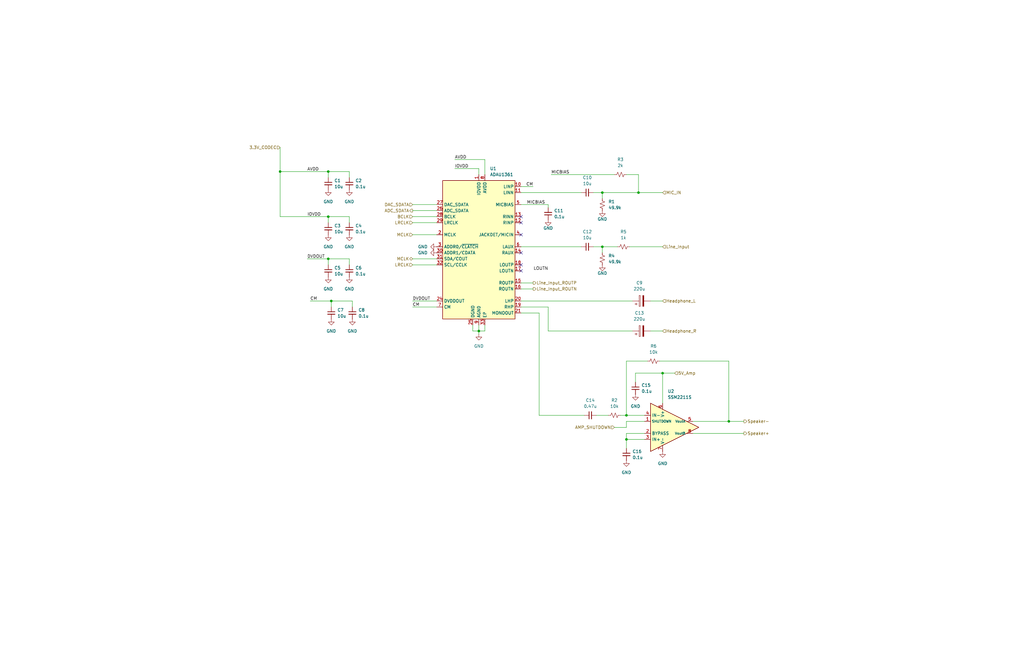
<source format=kicad_sch>
(kicad_sch
	(version 20250114)
	(generator "eeschema")
	(generator_version "9.0")
	(uuid "faf8925a-a6e8-4b62-a2aa-22bbad3fd9d1")
	(paper "B")
	(title_block
		(title "Audio Subsystem")
		(date "2026-01-03")
		(rev "0.0")
		(company "Andy McCann KA3KAF and Doug McCannn KA3KAG")
	)
	(lib_symbols
		(symbol "Amplifier_Audio:SSM2211S"
			(exclude_from_sim no)
			(in_bom yes)
			(on_board yes)
			(property "Reference" "U"
				(at -7.62 12.7 0)
				(effects
					(font
						(size 1.27 1.27)
					)
				)
			)
			(property "Value" "SSM2211S"
				(at 5.08 12.7 0)
				(effects
					(font
						(size 1.27 1.27)
					)
				)
			)
			(property "Footprint" "Package_SO:SOIC-8_3.9x4.9mm_P1.27mm"
				(at 0 -20.32 0)
				(effects
					(font
						(size 1.27 1.27)
					)
					(hide yes)
				)
			)
			(property "Datasheet" "https://www.analog.com/media/en/technical-documentation/data-sheets/SSM2211.pdf"
				(at -2.54 7.62 0)
				(effects
					(font
						(size 1.27 1.27)
					)
					(hide yes)
				)
			)
			(property "Description" "1.5W BTL or 250mW SE 4MHz-bandwidth high performance amplifier, SOIC-8"
				(at 0 0 0)
				(effects
					(font
						(size 1.27 1.27)
					)
					(hide yes)
				)
			)
			(property "ki_keywords" "audio amplifier"
				(at 0 0 0)
				(effects
					(font
						(size 1.27 1.27)
					)
					(hide yes)
				)
			)
			(property "ki_fp_filters" "SOIC*3.9x4.9mm*P1.27mm*"
				(at 0 0 0)
				(effects
					(font
						(size 1.27 1.27)
					)
					(hide yes)
				)
			)
			(symbol "SSM2211S_0_1"
				(polyline
					(pts
						(xy -7.62 10.16) (xy -7.62 -10.16) (xy 12.7 0) (xy -7.62 10.16)
					)
					(stroke
						(width 0.254)
						(type default)
					)
					(fill
						(type background)
					)
				)
			)
			(symbol "SSM2211S_1_1"
				(pin input line
					(at -10.16 5.08 0)
					(length 2.54)
					(name "IN-"
						(effects
							(font
								(size 1.27 1.27)
							)
						)
					)
					(number "4"
						(effects
							(font
								(size 1.27 1.27)
							)
						)
					)
				)
				(pin input line
					(at -10.16 2.54 0)
					(length 2.54)
					(name "SHUTDOWN"
						(effects
							(font
								(size 1.016 1.016)
							)
						)
					)
					(number "1"
						(effects
							(font
								(size 1.27 1.27)
							)
						)
					)
				)
				(pin passive line
					(at -10.16 -2.54 0)
					(length 2.54)
					(name "BYPASS"
						(effects
							(font
								(size 1.27 1.27)
							)
						)
					)
					(number "2"
						(effects
							(font
								(size 1.27 1.27)
							)
						)
					)
				)
				(pin input line
					(at -10.16 -5.08 0)
					(length 2.54)
					(name "IN+"
						(effects
							(font
								(size 1.27 1.27)
							)
						)
					)
					(number "3"
						(effects
							(font
								(size 1.27 1.27)
							)
						)
					)
				)
				(pin power_in line
					(at -2.54 10.16 270)
					(length 2.54)
					(name "V+"
						(effects
							(font
								(size 1.27 1.27)
							)
						)
					)
					(number "6"
						(effects
							(font
								(size 1.27 1.27)
							)
						)
					)
				)
				(pin power_in line
					(at -2.54 -10.16 90)
					(length 2.54)
					(name "V-"
						(effects
							(font
								(size 1.27 1.27)
							)
						)
					)
					(number "7"
						(effects
							(font
								(size 1.27 1.27)
							)
						)
					)
				)
				(pin output line
					(at 10.16 2.54 180)
					(length 2.54)
					(name "VoutA"
						(effects
							(font
								(size 1.016 1.016)
							)
						)
					)
					(number "5"
						(effects
							(font
								(size 1.27 1.27)
							)
						)
					)
				)
				(pin output line
					(at 10.16 -2.54 180)
					(length 2.54)
					(name "VoutB"
						(effects
							(font
								(size 1.016 1.016)
							)
						)
					)
					(number "8"
						(effects
							(font
								(size 1.27 1.27)
							)
						)
					)
				)
			)
			(embedded_fonts no)
		)
		(symbol "Audio:ADAU1361"
			(exclude_from_sim no)
			(in_bom yes)
			(on_board yes)
			(property "Reference" "U"
				(at -13.716 29.718 0)
				(effects
					(font
						(size 1.27 1.27)
					)
				)
			)
			(property "Value" "ADAU1361"
				(at 4.572 29.718 0)
				(effects
					(font
						(size 1.27 1.27)
					)
					(justify left)
				)
			)
			(property "Footprint" "Package_CSP:LFCSP-32-1EP_5x5mm_P0.5mm_EP3.5x3.5mm_ThermalVias"
				(at 0 -41.148 0)
				(effects
					(font
						(size 1.27 1.27)
					)
					(hide yes)
				)
			)
			(property "Datasheet" "https://www.analog.com/media/en/technical-documentation/data-sheets/ADAU1361.pdf"
				(at 0 -39.116 0)
				(effects
					(font
						(size 1.27 1.27)
					)
					(hide yes)
				)
			)
			(property "Description" "Stereo, Low Power, 96 kHz, 24-bit Audio Codec with Integrated PLL, VQFN-32 (LFCSP-32)"
				(at 0 -37.084 0)
				(effects
					(font
						(size 1.27 1.27)
					)
					(hide yes)
				)
			)
			(property "ki_keywords" "ADC DAC PGA I2S TDM I2C SPI"
				(at 0 0 0)
				(effects
					(font
						(size 1.27 1.27)
					)
					(hide yes)
				)
			)
			(property "ki_fp_filters" "*5x5mm*P0.5mm*EP3.5x3.5mm*"
				(at 0 0 0)
				(effects
					(font
						(size 1.27 1.27)
					)
					(hide yes)
				)
			)
			(symbol "ADAU1361_0_1"
				(rectangle
					(start -15.24 27.94)
					(end 15.24 -30.48)
					(stroke
						(width 0.254)
						(type default)
					)
					(fill
						(type background)
					)
				)
			)
			(symbol "ADAU1361_1_1"
				(pin input line
					(at -17.78 17.78 0)
					(length 2.54)
					(name "DAC_SDATA"
						(effects
							(font
								(size 1.27 1.27)
							)
						)
					)
					(number "27"
						(effects
							(font
								(size 1.27 1.27)
							)
						)
					)
				)
				(pin output line
					(at -17.78 15.24 0)
					(length 2.54)
					(name "ADC_SDATA"
						(effects
							(font
								(size 1.27 1.27)
							)
						)
					)
					(number "26"
						(effects
							(font
								(size 1.27 1.27)
							)
						)
					)
				)
				(pin bidirectional line
					(at -17.78 12.7 0)
					(length 2.54)
					(name "BCLK"
						(effects
							(font
								(size 1.27 1.27)
							)
						)
					)
					(number "28"
						(effects
							(font
								(size 1.27 1.27)
							)
						)
					)
				)
				(pin bidirectional line
					(at -17.78 10.16 0)
					(length 2.54)
					(name "LRCLK"
						(effects
							(font
								(size 1.27 1.27)
							)
						)
					)
					(number "29"
						(effects
							(font
								(size 1.27 1.27)
							)
						)
					)
				)
				(pin input line
					(at -17.78 5.08 0)
					(length 2.54)
					(name "MCLK"
						(effects
							(font
								(size 1.27 1.27)
							)
						)
					)
					(number "2"
						(effects
							(font
								(size 1.27 1.27)
							)
						)
					)
				)
				(pin input line
					(at -17.78 0 0)
					(length 2.54)
					(name "ADDR0/~{CLATCH}"
						(effects
							(font
								(size 1.27 1.27)
							)
						)
					)
					(number "3"
						(effects
							(font
								(size 1.27 1.27)
							)
						)
					)
					(alternate "ADDR0" input line)
					(alternate "~{CLATCH}" input line)
				)
				(pin input line
					(at -17.78 -2.54 0)
					(length 2.54)
					(name "ADDR1/CDATA"
						(effects
							(font
								(size 1.27 1.27)
							)
						)
					)
					(number "30"
						(effects
							(font
								(size 1.27 1.27)
							)
						)
					)
					(alternate "ADDR1" input line)
					(alternate "CDATA" input line)
				)
				(pin bidirectional line
					(at -17.78 -5.08 0)
					(length 2.54)
					(name "SDA/COUT"
						(effects
							(font
								(size 1.27 1.27)
							)
						)
					)
					(number "31"
						(effects
							(font
								(size 1.27 1.27)
							)
						)
					)
					(alternate "COUT" tri_state line)
					(alternate "SDA" bidirectional line)
				)
				(pin input line
					(at -17.78 -7.62 0)
					(length 2.54)
					(name "SCL/CCLK"
						(effects
							(font
								(size 1.27 1.27)
							)
						)
					)
					(number "32"
						(effects
							(font
								(size 1.27 1.27)
							)
						)
					)
					(alternate "CCLK" input line)
					(alternate "SCL" input line)
				)
				(pin power_out line
					(at -17.78 -22.86 0)
					(length 2.54)
					(name "DVDDOUT"
						(effects
							(font
								(size 1.27 1.27)
							)
						)
					)
					(number "24"
						(effects
							(font
								(size 1.27 1.27)
							)
						)
					)
				)
				(pin output line
					(at -17.78 -25.4 0)
					(length 2.54)
					(name "CM"
						(effects
							(font
								(size 1.27 1.27)
							)
						)
					)
					(number "7"
						(effects
							(font
								(size 1.27 1.27)
							)
						)
					)
				)
				(pin power_in line
					(at -2.54 -33.02 90)
					(length 2.54)
					(name "DGND"
						(effects
							(font
								(size 1.27 1.27)
							)
						)
					)
					(number "25"
						(effects
							(font
								(size 1.27 1.27)
							)
						)
					)
				)
				(pin power_in line
					(at 0 30.48 270)
					(length 2.54)
					(name "IOVDD"
						(effects
							(font
								(size 1.27 1.27)
							)
						)
					)
					(number "1"
						(effects
							(font
								(size 1.27 1.27)
							)
						)
					)
				)
				(pin passive line
					(at 0 -33.02 90)
					(length 2.54)
					(hide yes)
					(name "AGND"
						(effects
							(font
								(size 1.27 1.27)
							)
						)
					)
					(number "22"
						(effects
							(font
								(size 1.27 1.27)
							)
						)
					)
				)
				(pin power_in line
					(at 0 -33.02 90)
					(length 2.54)
					(name "AGND"
						(effects
							(font
								(size 1.27 1.27)
							)
						)
					)
					(number "9"
						(effects
							(font
								(size 1.27 1.27)
							)
						)
					)
				)
				(pin passive line
					(at 2.54 30.48 270)
					(length 2.54)
					(hide yes)
					(name "AVDD"
						(effects
							(font
								(size 1.27 1.27)
							)
						)
					)
					(number "23"
						(effects
							(font
								(size 1.27 1.27)
							)
						)
					)
				)
				(pin power_in line
					(at 2.54 30.48 270)
					(length 2.54)
					(name "AVDD"
						(effects
							(font
								(size 1.27 1.27)
							)
						)
					)
					(number "8"
						(effects
							(font
								(size 1.27 1.27)
							)
						)
					)
				)
				(pin power_in line
					(at 2.54 -33.02 90)
					(length 2.54)
					(name "EP"
						(effects
							(font
								(size 1.27 1.27)
							)
						)
					)
					(number "33"
						(effects
							(font
								(size 1.27 1.27)
							)
						)
					)
				)
				(pin input line
					(at 17.78 25.4 180)
					(length 2.54)
					(name "LINP"
						(effects
							(font
								(size 1.27 1.27)
							)
						)
					)
					(number "10"
						(effects
							(font
								(size 1.27 1.27)
							)
						)
					)
				)
				(pin input line
					(at 17.78 22.86 180)
					(length 2.54)
					(name "LINN"
						(effects
							(font
								(size 1.27 1.27)
							)
						)
					)
					(number "11"
						(effects
							(font
								(size 1.27 1.27)
							)
						)
					)
				)
				(pin output line
					(at 17.78 17.78 180)
					(length 2.54)
					(name "MICBIAS"
						(effects
							(font
								(size 1.27 1.27)
							)
						)
					)
					(number "5"
						(effects
							(font
								(size 1.27 1.27)
							)
						)
					)
				)
				(pin input line
					(at 17.78 12.7 180)
					(length 2.54)
					(name "RINN"
						(effects
							(font
								(size 1.27 1.27)
							)
						)
					)
					(number "13"
						(effects
							(font
								(size 1.27 1.27)
							)
						)
					)
				)
				(pin input line
					(at 17.78 10.16 180)
					(length 2.54)
					(name "RINP"
						(effects
							(font
								(size 1.27 1.27)
							)
						)
					)
					(number "12"
						(effects
							(font
								(size 1.27 1.27)
							)
						)
					)
				)
				(pin input line
					(at 17.78 5.08 180)
					(length 2.54)
					(name "JACKDET/MICIN"
						(effects
							(font
								(size 1.27 1.27)
							)
						)
					)
					(number "4"
						(effects
							(font
								(size 1.27 1.27)
							)
						)
					)
					(alternate "JACKDET" input line)
					(alternate "MICIN" input line)
				)
				(pin input line
					(at 17.78 0 180)
					(length 2.54)
					(name "LAUX"
						(effects
							(font
								(size 1.27 1.27)
							)
						)
					)
					(number "6"
						(effects
							(font
								(size 1.27 1.27)
							)
						)
					)
				)
				(pin input line
					(at 17.78 -2.54 180)
					(length 2.54)
					(name "RAUX"
						(effects
							(font
								(size 1.27 1.27)
							)
						)
					)
					(number "14"
						(effects
							(font
								(size 1.27 1.27)
							)
						)
					)
				)
				(pin output line
					(at 17.78 -7.62 180)
					(length 2.54)
					(name "LOUTP"
						(effects
							(font
								(size 1.27 1.27)
							)
						)
					)
					(number "18"
						(effects
							(font
								(size 1.27 1.27)
							)
						)
					)
				)
				(pin output line
					(at 17.78 -10.16 180)
					(length 2.54)
					(name "LOUTN"
						(effects
							(font
								(size 1.27 1.27)
							)
						)
					)
					(number "17"
						(effects
							(font
								(size 1.27 1.27)
							)
						)
					)
				)
				(pin output line
					(at 17.78 -15.24 180)
					(length 2.54)
					(name "ROUTP"
						(effects
							(font
								(size 1.27 1.27)
							)
						)
					)
					(number "15"
						(effects
							(font
								(size 1.27 1.27)
							)
						)
					)
				)
				(pin output line
					(at 17.78 -17.78 180)
					(length 2.54)
					(name "ROUTN"
						(effects
							(font
								(size 1.27 1.27)
							)
						)
					)
					(number "16"
						(effects
							(font
								(size 1.27 1.27)
							)
						)
					)
				)
				(pin output line
					(at 17.78 -22.86 180)
					(length 2.54)
					(name "LHP"
						(effects
							(font
								(size 1.27 1.27)
							)
						)
					)
					(number "20"
						(effects
							(font
								(size 1.27 1.27)
							)
						)
					)
				)
				(pin output line
					(at 17.78 -25.4 180)
					(length 2.54)
					(name "RHP"
						(effects
							(font
								(size 1.27 1.27)
							)
						)
					)
					(number "19"
						(effects
							(font
								(size 1.27 1.27)
							)
						)
					)
				)
				(pin output line
					(at 17.78 -27.94 180)
					(length 2.54)
					(name "MONOOUT"
						(effects
							(font
								(size 1.27 1.27)
							)
						)
					)
					(number "21"
						(effects
							(font
								(size 1.27 1.27)
							)
						)
					)
				)
			)
			(embedded_fonts no)
		)
		(symbol "Device:C_Polarized"
			(pin_numbers
				(hide yes)
			)
			(pin_names
				(offset 0.254)
			)
			(exclude_from_sim no)
			(in_bom yes)
			(on_board yes)
			(property "Reference" "C"
				(at 0.635 2.54 0)
				(effects
					(font
						(size 1.27 1.27)
					)
					(justify left)
				)
			)
			(property "Value" "C_Polarized"
				(at 0.635 -2.54 0)
				(effects
					(font
						(size 1.27 1.27)
					)
					(justify left)
				)
			)
			(property "Footprint" ""
				(at 0.9652 -3.81 0)
				(effects
					(font
						(size 1.27 1.27)
					)
					(hide yes)
				)
			)
			(property "Datasheet" "~"
				(at 0 0 0)
				(effects
					(font
						(size 1.27 1.27)
					)
					(hide yes)
				)
			)
			(property "Description" "Polarized capacitor"
				(at 0 0 0)
				(effects
					(font
						(size 1.27 1.27)
					)
					(hide yes)
				)
			)
			(property "ki_keywords" "cap capacitor"
				(at 0 0 0)
				(effects
					(font
						(size 1.27 1.27)
					)
					(hide yes)
				)
			)
			(property "ki_fp_filters" "CP_*"
				(at 0 0 0)
				(effects
					(font
						(size 1.27 1.27)
					)
					(hide yes)
				)
			)
			(symbol "C_Polarized_0_1"
				(rectangle
					(start -2.286 0.508)
					(end 2.286 1.016)
					(stroke
						(width 0)
						(type default)
					)
					(fill
						(type none)
					)
				)
				(polyline
					(pts
						(xy -1.778 2.286) (xy -0.762 2.286)
					)
					(stroke
						(width 0)
						(type default)
					)
					(fill
						(type none)
					)
				)
				(polyline
					(pts
						(xy -1.27 2.794) (xy -1.27 1.778)
					)
					(stroke
						(width 0)
						(type default)
					)
					(fill
						(type none)
					)
				)
				(rectangle
					(start 2.286 -0.508)
					(end -2.286 -1.016)
					(stroke
						(width 0)
						(type default)
					)
					(fill
						(type outline)
					)
				)
			)
			(symbol "C_Polarized_1_1"
				(pin passive line
					(at 0 3.81 270)
					(length 2.794)
					(name "~"
						(effects
							(font
								(size 1.27 1.27)
							)
						)
					)
					(number "1"
						(effects
							(font
								(size 1.27 1.27)
							)
						)
					)
				)
				(pin passive line
					(at 0 -3.81 90)
					(length 2.794)
					(name "~"
						(effects
							(font
								(size 1.27 1.27)
							)
						)
					)
					(number "2"
						(effects
							(font
								(size 1.27 1.27)
							)
						)
					)
				)
			)
			(embedded_fonts no)
		)
		(symbol "Device:C_Small"
			(pin_numbers
				(hide yes)
			)
			(pin_names
				(offset 0.254)
				(hide yes)
			)
			(exclude_from_sim no)
			(in_bom yes)
			(on_board yes)
			(property "Reference" "C"
				(at 0.254 1.778 0)
				(effects
					(font
						(size 1.27 1.27)
					)
					(justify left)
				)
			)
			(property "Value" "C_Small"
				(at 0.254 -2.032 0)
				(effects
					(font
						(size 1.27 1.27)
					)
					(justify left)
				)
			)
			(property "Footprint" ""
				(at 0 0 0)
				(effects
					(font
						(size 1.27 1.27)
					)
					(hide yes)
				)
			)
			(property "Datasheet" "~"
				(at 0 0 0)
				(effects
					(font
						(size 1.27 1.27)
					)
					(hide yes)
				)
			)
			(property "Description" "Unpolarized capacitor, small symbol"
				(at 0 0 0)
				(effects
					(font
						(size 1.27 1.27)
					)
					(hide yes)
				)
			)
			(property "ki_keywords" "capacitor cap"
				(at 0 0 0)
				(effects
					(font
						(size 1.27 1.27)
					)
					(hide yes)
				)
			)
			(property "ki_fp_filters" "C_*"
				(at 0 0 0)
				(effects
					(font
						(size 1.27 1.27)
					)
					(hide yes)
				)
			)
			(symbol "C_Small_0_1"
				(polyline
					(pts
						(xy -1.524 0.508) (xy 1.524 0.508)
					)
					(stroke
						(width 0.3048)
						(type default)
					)
					(fill
						(type none)
					)
				)
				(polyline
					(pts
						(xy -1.524 -0.508) (xy 1.524 -0.508)
					)
					(stroke
						(width 0.3302)
						(type default)
					)
					(fill
						(type none)
					)
				)
			)
			(symbol "C_Small_1_1"
				(pin passive line
					(at 0 2.54 270)
					(length 2.032)
					(name "~"
						(effects
							(font
								(size 1.27 1.27)
							)
						)
					)
					(number "1"
						(effects
							(font
								(size 1.27 1.27)
							)
						)
					)
				)
				(pin passive line
					(at 0 -2.54 90)
					(length 2.032)
					(name "~"
						(effects
							(font
								(size 1.27 1.27)
							)
						)
					)
					(number "2"
						(effects
							(font
								(size 1.27 1.27)
							)
						)
					)
				)
			)
			(embedded_fonts no)
		)
		(symbol "Device:R_Small_US"
			(pin_numbers
				(hide yes)
			)
			(pin_names
				(offset 0.254)
				(hide yes)
			)
			(exclude_from_sim no)
			(in_bom yes)
			(on_board yes)
			(property "Reference" "R"
				(at 0.762 0.508 0)
				(effects
					(font
						(size 1.27 1.27)
					)
					(justify left)
				)
			)
			(property "Value" "R_Small_US"
				(at 0.762 -1.016 0)
				(effects
					(font
						(size 1.27 1.27)
					)
					(justify left)
				)
			)
			(property "Footprint" ""
				(at 0 0 0)
				(effects
					(font
						(size 1.27 1.27)
					)
					(hide yes)
				)
			)
			(property "Datasheet" "~"
				(at 0 0 0)
				(effects
					(font
						(size 1.27 1.27)
					)
					(hide yes)
				)
			)
			(property "Description" "Resistor, small US symbol"
				(at 0 0 0)
				(effects
					(font
						(size 1.27 1.27)
					)
					(hide yes)
				)
			)
			(property "ki_keywords" "r resistor"
				(at 0 0 0)
				(effects
					(font
						(size 1.27 1.27)
					)
					(hide yes)
				)
			)
			(property "ki_fp_filters" "R_*"
				(at 0 0 0)
				(effects
					(font
						(size 1.27 1.27)
					)
					(hide yes)
				)
			)
			(symbol "R_Small_US_1_1"
				(polyline
					(pts
						(xy 0 1.524) (xy 1.016 1.143) (xy 0 0.762) (xy -1.016 0.381) (xy 0 0)
					)
					(stroke
						(width 0)
						(type default)
					)
					(fill
						(type none)
					)
				)
				(polyline
					(pts
						(xy 0 0) (xy 1.016 -0.381) (xy 0 -0.762) (xy -1.016 -1.143) (xy 0 -1.524)
					)
					(stroke
						(width 0)
						(type default)
					)
					(fill
						(type none)
					)
				)
				(pin passive line
					(at 0 2.54 270)
					(length 1.016)
					(name "~"
						(effects
							(font
								(size 1.27 1.27)
							)
						)
					)
					(number "1"
						(effects
							(font
								(size 1.27 1.27)
							)
						)
					)
				)
				(pin passive line
					(at 0 -2.54 90)
					(length 1.016)
					(name "~"
						(effects
							(font
								(size 1.27 1.27)
							)
						)
					)
					(number "2"
						(effects
							(font
								(size 1.27 1.27)
							)
						)
					)
				)
			)
			(embedded_fonts no)
		)
		(symbol "power:GND"
			(power)
			(pin_numbers
				(hide yes)
			)
			(pin_names
				(offset 0)
				(hide yes)
			)
			(exclude_from_sim no)
			(in_bom yes)
			(on_board yes)
			(property "Reference" "#PWR"
				(at 0 -6.35 0)
				(effects
					(font
						(size 1.27 1.27)
					)
					(hide yes)
				)
			)
			(property "Value" "GND"
				(at 0 -3.81 0)
				(effects
					(font
						(size 1.27 1.27)
					)
				)
			)
			(property "Footprint" ""
				(at 0 0 0)
				(effects
					(font
						(size 1.27 1.27)
					)
					(hide yes)
				)
			)
			(property "Datasheet" ""
				(at 0 0 0)
				(effects
					(font
						(size 1.27 1.27)
					)
					(hide yes)
				)
			)
			(property "Description" "Power symbol creates a global label with name \"GND\" , ground"
				(at 0 0 0)
				(effects
					(font
						(size 1.27 1.27)
					)
					(hide yes)
				)
			)
			(property "ki_keywords" "global power"
				(at 0 0 0)
				(effects
					(font
						(size 1.27 1.27)
					)
					(hide yes)
				)
			)
			(symbol "GND_0_1"
				(polyline
					(pts
						(xy 0 0) (xy 0 -1.27) (xy 1.27 -1.27) (xy 0 -2.54) (xy -1.27 -1.27) (xy 0 -1.27)
					)
					(stroke
						(width 0)
						(type default)
					)
					(fill
						(type none)
					)
				)
			)
			(symbol "GND_1_1"
				(pin power_in line
					(at 0 0 270)
					(length 0)
					(name "~"
						(effects
							(font
								(size 1.27 1.27)
							)
						)
					)
					(number "1"
						(effects
							(font
								(size 1.27 1.27)
							)
						)
					)
				)
			)
			(embedded_fonts no)
		)
	)
	(junction
		(at 138.43 91.44)
		(diameter 0)
		(color 0 0 0 0)
		(uuid "40d58d2b-124a-480f-bc2b-412a60ef8a85")
	)
	(junction
		(at 254 104.14)
		(diameter 0)
		(color 0 0 0 0)
		(uuid "4caa1ad9-675b-44fc-a4c9-c36720d20946")
	)
	(junction
		(at 118.11 72.39)
		(diameter 0)
		(color 0 0 0 0)
		(uuid "4e72be22-c46c-4cf3-afd6-8beec55b20c7")
	)
	(junction
		(at 307.34 177.8)
		(diameter 0)
		(color 0 0 0 0)
		(uuid "58c66cb2-6c58-4be7-ad4d-621382143605")
	)
	(junction
		(at 264.16 175.26)
		(diameter 0)
		(color 0 0 0 0)
		(uuid "6855cc60-1a16-4daf-9ec2-273a7978d030")
	)
	(junction
		(at 139.7 127)
		(diameter 0)
		(color 0 0 0 0)
		(uuid "6cc163ce-04b6-4d5f-8c72-afc393edcf69")
	)
	(junction
		(at 138.43 109.22)
		(diameter 0)
		(color 0 0 0 0)
		(uuid "738ff26c-c321-4a2c-9a4f-cb048171d285")
	)
	(junction
		(at 264.16 185.42)
		(diameter 0)
		(color 0 0 0 0)
		(uuid "89c85e6c-164b-4868-bc19-ce411088f255")
	)
	(junction
		(at 254 81.28)
		(diameter 0)
		(color 0 0 0 0)
		(uuid "8b832c80-13cd-4b0a-ba47-603661e2c2c2")
	)
	(junction
		(at 138.43 72.39)
		(diameter 0)
		(color 0 0 0 0)
		(uuid "95b8a5e5-e643-4e84-9470-c1f3e5876667")
	)
	(junction
		(at 201.93 139.7)
		(diameter 0)
		(color 0 0 0 0)
		(uuid "a5e22d22-baa2-4607-bf0f-a7eebc02f087")
	)
	(junction
		(at 269.24 81.28)
		(diameter 0)
		(color 0 0 0 0)
		(uuid "b72f84de-979a-421e-92d5-6773aa65c700")
	)
	(junction
		(at 279.4 157.48)
		(diameter 0)
		(color 0 0 0 0)
		(uuid "c41659a6-be11-445a-a880-3aa5469aa39e")
	)
	(no_connect
		(at 219.71 93.98)
		(uuid "12ff5bfa-fee4-428c-98b0-d6ba9dfabf0e")
	)
	(no_connect
		(at 219.71 114.3)
		(uuid "1461187d-8671-4941-aaef-1b42a5ee1a11")
	)
	(no_connect
		(at 219.71 106.68)
		(uuid "4649a6f7-6d34-4caa-a785-5edd95650c64")
	)
	(no_connect
		(at 219.71 99.06)
		(uuid "4a5a1d80-f49a-4d26-8514-37d6e98776ab")
	)
	(no_connect
		(at 219.71 91.44)
		(uuid "b5db153a-cbec-405b-9018-1cfa5dad7e03")
	)
	(no_connect
		(at 219.71 111.76)
		(uuid "e3c9d947-7627-4aca-8535-bc176ebbd954")
	)
	(wire
		(pts
			(xy 173.99 111.76) (xy 184.15 111.76)
		)
		(stroke
			(width 0)
			(type default)
		)
		(uuid "017c2a6c-1010-4b72-8b7a-9df163a2a74d")
	)
	(wire
		(pts
			(xy 307.34 152.4) (xy 278.13 152.4)
		)
		(stroke
			(width 0)
			(type default)
		)
		(uuid "03b76667-4cc7-40a1-ba4b-45e36509112a")
	)
	(wire
		(pts
			(xy 279.4 157.48) (xy 284.48 157.48)
		)
		(stroke
			(width 0)
			(type default)
		)
		(uuid "04630fce-a471-4281-a0dd-f2baf0d117f5")
	)
	(wire
		(pts
			(xy 279.4 170.18) (xy 279.4 157.48)
		)
		(stroke
			(width 0)
			(type default)
		)
		(uuid "05452920-241e-4ea9-87f5-cb1ebaac58ce")
	)
	(wire
		(pts
			(xy 138.43 91.44) (xy 138.43 93.98)
		)
		(stroke
			(width 0)
			(type default)
		)
		(uuid "062607f3-5b12-4dad-898c-1c195db2e13a")
	)
	(wire
		(pts
			(xy 219.71 132.08) (xy 227.33 132.08)
		)
		(stroke
			(width 0)
			(type default)
		)
		(uuid "0bc5790f-1bfd-4251-b008-4a6871bef0bd")
	)
	(wire
		(pts
			(xy 250.19 81.28) (xy 254 81.28)
		)
		(stroke
			(width 0)
			(type default)
		)
		(uuid "0d13cc38-f09b-486e-8b73-fcd779a05b4a")
	)
	(wire
		(pts
			(xy 271.78 182.88) (xy 264.16 182.88)
		)
		(stroke
			(width 0)
			(type default)
		)
		(uuid "0dc08033-ab55-4ff1-a358-0ea92dde2e97")
	)
	(wire
		(pts
			(xy 261.62 175.26) (xy 264.16 175.26)
		)
		(stroke
			(width 0)
			(type default)
		)
		(uuid "0f9985b0-4d17-42fe-998e-86c7e57f5e87")
	)
	(wire
		(pts
			(xy 191.77 67.31) (xy 204.47 67.31)
		)
		(stroke
			(width 0)
			(type default)
		)
		(uuid "11049649-f4ae-4d3e-bc51-b4c135bdd147")
	)
	(wire
		(pts
			(xy 274.32 127) (xy 279.4 127)
		)
		(stroke
			(width 0)
			(type default)
		)
		(uuid "139e2d82-405e-4dd6-b34b-395e3e3fc43b")
	)
	(wire
		(pts
			(xy 204.47 139.7) (xy 201.93 139.7)
		)
		(stroke
			(width 0)
			(type default)
		)
		(uuid "1658a631-e08a-4f23-b12a-df17379ac51c")
	)
	(wire
		(pts
			(xy 147.32 72.39) (xy 138.43 72.39)
		)
		(stroke
			(width 0)
			(type default)
		)
		(uuid "1d46b2b3-2f0a-485e-a7ac-88e085967432")
	)
	(wire
		(pts
			(xy 254 81.28) (xy 269.24 81.28)
		)
		(stroke
			(width 0)
			(type default)
		)
		(uuid "1edf2e3f-a2cf-428c-9226-14d5e7521107")
	)
	(wire
		(pts
			(xy 173.99 86.36) (xy 184.15 86.36)
		)
		(stroke
			(width 0)
			(type default)
		)
		(uuid "24b49454-e112-4c9f-9eea-31db2f09a3de")
	)
	(wire
		(pts
			(xy 199.39 139.7) (xy 201.93 139.7)
		)
		(stroke
			(width 0)
			(type default)
		)
		(uuid "318cb76a-58c5-4d1a-9847-f2831716f5a0")
	)
	(wire
		(pts
			(xy 219.71 119.38) (xy 224.79 119.38)
		)
		(stroke
			(width 0)
			(type default)
		)
		(uuid "35209489-e139-479a-b9b5-140f45ec0f9b")
	)
	(wire
		(pts
			(xy 254 104.14) (xy 254 106.68)
		)
		(stroke
			(width 0)
			(type default)
		)
		(uuid "35b825b1-5824-4b03-b8f0-a1cb6f2925bf")
	)
	(wire
		(pts
			(xy 118.11 62.23) (xy 118.11 72.39)
		)
		(stroke
			(width 0)
			(type default)
		)
		(uuid "3808fb5f-2f65-4e92-b711-41ac2142e949")
	)
	(wire
		(pts
			(xy 204.47 137.16) (xy 204.47 139.7)
		)
		(stroke
			(width 0)
			(type default)
		)
		(uuid "3b137071-3138-486b-81eb-19444666250b")
	)
	(wire
		(pts
			(xy 118.11 72.39) (xy 118.11 91.44)
		)
		(stroke
			(width 0)
			(type default)
		)
		(uuid "3b9eac24-ee37-4c18-8c65-6062ec0a8420")
	)
	(wire
		(pts
			(xy 274.32 139.7) (xy 279.4 139.7)
		)
		(stroke
			(width 0)
			(type default)
		)
		(uuid "3c5a7fa0-4f91-43c1-b7c2-c02b1f51a0ab")
	)
	(wire
		(pts
			(xy 118.11 72.39) (xy 138.43 72.39)
		)
		(stroke
			(width 0)
			(type default)
		)
		(uuid "3d221566-45ab-49d3-8548-a42499c5345a")
	)
	(wire
		(pts
			(xy 269.24 73.66) (xy 269.24 81.28)
		)
		(stroke
			(width 0)
			(type default)
		)
		(uuid "427dfbec-2c61-4f87-92ed-f8a3282f6272")
	)
	(wire
		(pts
			(xy 173.99 127) (xy 184.15 127)
		)
		(stroke
			(width 0)
			(type default)
		)
		(uuid "490b3e06-a1f4-4c03-9632-cf1cec31eeb6")
	)
	(wire
		(pts
			(xy 129.54 109.22) (xy 138.43 109.22)
		)
		(stroke
			(width 0)
			(type default)
		)
		(uuid "4b16246c-556b-45ff-8f40-793bb0a2712e")
	)
	(wire
		(pts
			(xy 130.81 127) (xy 139.7 127)
		)
		(stroke
			(width 0)
			(type default)
		)
		(uuid "52e45e52-848b-4780-8fb2-085a2b24fa8b")
	)
	(wire
		(pts
			(xy 219.71 129.54) (xy 231.14 129.54)
		)
		(stroke
			(width 0)
			(type default)
		)
		(uuid "5586f256-1e80-468e-a8f1-b3c6d59111b5")
	)
	(wire
		(pts
			(xy 227.33 175.26) (xy 246.38 175.26)
		)
		(stroke
			(width 0)
			(type default)
		)
		(uuid "56db1d18-366a-4ff9-b456-227e66f302d0")
	)
	(wire
		(pts
			(xy 219.71 81.28) (xy 245.11 81.28)
		)
		(stroke
			(width 0)
			(type default)
		)
		(uuid "57a86f60-25b5-41d3-9973-3ad7cf14e5e2")
	)
	(wire
		(pts
			(xy 201.93 137.16) (xy 201.93 139.7)
		)
		(stroke
			(width 0)
			(type default)
		)
		(uuid "584e2238-eb8e-4302-9953-60acbfe92db4")
	)
	(wire
		(pts
			(xy 269.24 81.28) (xy 279.4 81.28)
		)
		(stroke
			(width 0)
			(type default)
		)
		(uuid "599e781b-9eb0-402d-ac89-ecb42e70e327")
	)
	(wire
		(pts
			(xy 292.1 177.8) (xy 307.34 177.8)
		)
		(stroke
			(width 0)
			(type default)
		)
		(uuid "5ec6a0c1-8260-4cc7-8329-3342f65b8a46")
	)
	(wire
		(pts
			(xy 201.93 71.12) (xy 201.93 73.66)
		)
		(stroke
			(width 0)
			(type default)
		)
		(uuid "5f5a0217-574e-435d-a719-ed12fe007927")
	)
	(wire
		(pts
			(xy 264.16 180.34) (xy 264.16 177.8)
		)
		(stroke
			(width 0)
			(type default)
		)
		(uuid "62828260-ad5a-4717-b995-3ff217b429ae")
	)
	(wire
		(pts
			(xy 173.99 129.54) (xy 184.15 129.54)
		)
		(stroke
			(width 0)
			(type default)
		)
		(uuid "65c98501-5a43-4cb5-b299-6af9237620a5")
	)
	(wire
		(pts
			(xy 173.99 91.44) (xy 184.15 91.44)
		)
		(stroke
			(width 0)
			(type default)
		)
		(uuid "679a9234-3516-4105-93a7-75ea35c15af2")
	)
	(wire
		(pts
			(xy 147.32 91.44) (xy 138.43 91.44)
		)
		(stroke
			(width 0)
			(type default)
		)
		(uuid "68be2fdd-1778-4165-9a73-efebde6dde9a")
	)
	(wire
		(pts
			(xy 118.11 91.44) (xy 138.43 91.44)
		)
		(stroke
			(width 0)
			(type default)
		)
		(uuid "6920b7b7-3468-4ebe-94a5-fd3f150e1647")
	)
	(wire
		(pts
			(xy 139.7 127) (xy 139.7 129.54)
		)
		(stroke
			(width 0)
			(type default)
		)
		(uuid "6c7fe3d8-0b57-4801-865d-c974319cc176")
	)
	(wire
		(pts
			(xy 147.32 111.76) (xy 147.32 109.22)
		)
		(stroke
			(width 0)
			(type default)
		)
		(uuid "6cb3b15f-a976-4669-ac5e-81383fd1c6ed")
	)
	(wire
		(pts
			(xy 250.19 104.14) (xy 254 104.14)
		)
		(stroke
			(width 0)
			(type default)
		)
		(uuid "7217510b-a1f6-4b23-8dac-6b5950ca5478")
	)
	(wire
		(pts
			(xy 231.14 129.54) (xy 231.14 139.7)
		)
		(stroke
			(width 0)
			(type default)
		)
		(uuid "7309e03b-687b-40d9-bce8-66a5d829487d")
	)
	(wire
		(pts
			(xy 138.43 72.39) (xy 138.43 74.93)
		)
		(stroke
			(width 0)
			(type default)
		)
		(uuid "7411221b-31c1-460f-8a2b-185e16e050a5")
	)
	(wire
		(pts
			(xy 227.33 132.08) (xy 227.33 175.26)
		)
		(stroke
			(width 0)
			(type default)
		)
		(uuid "75890a12-15ed-4e64-9847-d155c5207c6f")
	)
	(wire
		(pts
			(xy 173.99 99.06) (xy 184.15 99.06)
		)
		(stroke
			(width 0)
			(type default)
		)
		(uuid "77413afe-bc53-49d3-a0ce-b8a8c56732eb")
	)
	(wire
		(pts
			(xy 251.46 175.26) (xy 256.54 175.26)
		)
		(stroke
			(width 0)
			(type default)
		)
		(uuid "7e6a431c-2541-4f29-a7cb-098d09a9cd8e")
	)
	(wire
		(pts
			(xy 231.14 87.63) (xy 231.14 86.36)
		)
		(stroke
			(width 0)
			(type default)
		)
		(uuid "7fdaac52-ef45-423e-b3e0-c88b0cb7d2c7")
	)
	(wire
		(pts
			(xy 264.16 177.8) (xy 271.78 177.8)
		)
		(stroke
			(width 0)
			(type default)
		)
		(uuid "80290173-08c3-4239-959e-72a30b4748ff")
	)
	(wire
		(pts
			(xy 173.99 88.9) (xy 184.15 88.9)
		)
		(stroke
			(width 0)
			(type default)
		)
		(uuid "866cc0aa-6477-43aa-9be6-3e62fa970adc")
	)
	(wire
		(pts
			(xy 148.59 129.54) (xy 148.59 127)
		)
		(stroke
			(width 0)
			(type default)
		)
		(uuid "88ff5f59-5124-44c0-91e9-e5b38e043945")
	)
	(wire
		(pts
			(xy 147.32 93.98) (xy 147.32 91.44)
		)
		(stroke
			(width 0)
			(type default)
		)
		(uuid "8a80fb25-920c-4b3e-8863-178f41afbf95")
	)
	(wire
		(pts
			(xy 201.93 139.7) (xy 201.93 140.97)
		)
		(stroke
			(width 0)
			(type default)
		)
		(uuid "8ef5bda7-394e-4d94-a36e-ed649b836ada")
	)
	(wire
		(pts
			(xy 264.16 185.42) (xy 271.78 185.42)
		)
		(stroke
			(width 0)
			(type default)
		)
		(uuid "90175e7a-8d2c-4670-8a78-54d438354a3c")
	)
	(wire
		(pts
			(xy 147.32 74.93) (xy 147.32 72.39)
		)
		(stroke
			(width 0)
			(type default)
		)
		(uuid "9377dfd9-c4d3-403b-a22c-577591d9c828")
	)
	(wire
		(pts
			(xy 219.71 86.36) (xy 231.14 86.36)
		)
		(stroke
			(width 0)
			(type default)
		)
		(uuid "96b2a2f3-54d2-4108-9533-12efbac82ede")
	)
	(wire
		(pts
			(xy 219.71 121.92) (xy 224.79 121.92)
		)
		(stroke
			(width 0)
			(type default)
		)
		(uuid "99cc4eff-7d8c-4e88-9228-3f9fc10bf18f")
	)
	(wire
		(pts
			(xy 204.47 67.31) (xy 204.47 73.66)
		)
		(stroke
			(width 0)
			(type default)
		)
		(uuid "b00814d8-8586-4060-9a95-7eecd4074b71")
	)
	(wire
		(pts
			(xy 267.97 157.48) (xy 267.97 161.29)
		)
		(stroke
			(width 0)
			(type default)
		)
		(uuid "b880f2f3-1b7f-42dd-8a22-2687aead5c0d")
	)
	(wire
		(pts
			(xy 307.34 177.8) (xy 313.69 177.8)
		)
		(stroke
			(width 0)
			(type default)
		)
		(uuid "ba5bfb77-563b-41dd-ac35-31774db82e04")
	)
	(wire
		(pts
			(xy 147.32 109.22) (xy 138.43 109.22)
		)
		(stroke
			(width 0)
			(type default)
		)
		(uuid "bb1c0954-491d-4d33-88d8-617486ad6852")
	)
	(wire
		(pts
			(xy 173.99 93.98) (xy 184.15 93.98)
		)
		(stroke
			(width 0)
			(type default)
		)
		(uuid "bba7da62-5d06-4bb5-a224-ff0051c55188")
	)
	(wire
		(pts
			(xy 264.16 175.26) (xy 271.78 175.26)
		)
		(stroke
			(width 0)
			(type default)
		)
		(uuid "bc1d2bcc-ad3f-4d46-a5c0-cc0f7358f1b9")
	)
	(wire
		(pts
			(xy 259.08 180.34) (xy 264.16 180.34)
		)
		(stroke
			(width 0)
			(type default)
		)
		(uuid "bda51558-cc59-41e1-8fdf-c1bdecac5118")
	)
	(wire
		(pts
			(xy 292.1 182.88) (xy 313.69 182.88)
		)
		(stroke
			(width 0)
			(type default)
		)
		(uuid "be7f564b-bcad-491e-9b8b-b191018f3648")
	)
	(wire
		(pts
			(xy 219.71 78.74) (xy 224.79 78.74)
		)
		(stroke
			(width 0)
			(type default)
		)
		(uuid "c797aa3c-df1e-46d1-9f1c-1e52cd6fc675")
	)
	(wire
		(pts
			(xy 264.16 73.66) (xy 269.24 73.66)
		)
		(stroke
			(width 0)
			(type default)
		)
		(uuid "cc010132-4a54-4bcc-a62d-dcca6c6c5213")
	)
	(wire
		(pts
			(xy 138.43 109.22) (xy 138.43 111.76)
		)
		(stroke
			(width 0)
			(type default)
		)
		(uuid "cf1ce5d6-0e5b-419d-bc59-7ee485449aae")
	)
	(wire
		(pts
			(xy 273.05 152.4) (xy 264.16 152.4)
		)
		(stroke
			(width 0)
			(type default)
		)
		(uuid "d2782728-7f37-4f31-a461-63e6e3b926e3")
	)
	(wire
		(pts
			(xy 148.59 127) (xy 139.7 127)
		)
		(stroke
			(width 0)
			(type default)
		)
		(uuid "d4c09c45-6501-439d-b56a-14cd3262260e")
	)
	(wire
		(pts
			(xy 267.97 157.48) (xy 279.4 157.48)
		)
		(stroke
			(width 0)
			(type default)
		)
		(uuid "dcdad326-22a6-44f6-9def-ca1106e968b7")
	)
	(wire
		(pts
			(xy 231.14 139.7) (xy 266.7 139.7)
		)
		(stroke
			(width 0)
			(type default)
		)
		(uuid "dde54277-fd13-47c9-9afa-681dbe757442")
	)
	(wire
		(pts
			(xy 232.41 73.66) (xy 259.08 73.66)
		)
		(stroke
			(width 0)
			(type default)
		)
		(uuid "de2885ca-3087-492e-b2bd-ac3b6a5f0851")
	)
	(wire
		(pts
			(xy 219.71 104.14) (xy 245.11 104.14)
		)
		(stroke
			(width 0)
			(type default)
		)
		(uuid "e0443e22-8ff6-472d-80a0-f88529e117e4")
	)
	(wire
		(pts
			(xy 264.16 185.42) (xy 264.16 189.23)
		)
		(stroke
			(width 0)
			(type default)
		)
		(uuid "e558ff6a-9872-4504-9b4b-e6930113b172")
	)
	(wire
		(pts
			(xy 264.16 182.88) (xy 264.16 185.42)
		)
		(stroke
			(width 0)
			(type default)
		)
		(uuid "e5c45009-26e6-4c46-b6c3-adc9dedddb41")
	)
	(wire
		(pts
			(xy 254 104.14) (xy 260.35 104.14)
		)
		(stroke
			(width 0)
			(type default)
		)
		(uuid "ea478d7c-e0d6-4c81-9ce8-c201b8e1e041")
	)
	(wire
		(pts
			(xy 173.99 109.22) (xy 184.15 109.22)
		)
		(stroke
			(width 0)
			(type default)
		)
		(uuid "eb038a1c-92d1-45b1-a1e7-f4343eed0259")
	)
	(wire
		(pts
			(xy 307.34 177.8) (xy 307.34 152.4)
		)
		(stroke
			(width 0)
			(type default)
		)
		(uuid "ef82a430-57d4-42e2-86cb-21ccb5f6517b")
	)
	(wire
		(pts
			(xy 264.16 152.4) (xy 264.16 175.26)
		)
		(stroke
			(width 0)
			(type default)
		)
		(uuid "ef99bb06-5e63-4b0e-909b-7ebd34279f89")
	)
	(wire
		(pts
			(xy 191.77 71.12) (xy 201.93 71.12)
		)
		(stroke
			(width 0)
			(type default)
		)
		(uuid "f31b16ad-20eb-4d43-9ab7-d9a564105f5a")
	)
	(wire
		(pts
			(xy 254 81.28) (xy 254 83.82)
		)
		(stroke
			(width 0)
			(type default)
		)
		(uuid "f510df4b-69ee-4bd2-923b-7a5e9059ed5f")
	)
	(wire
		(pts
			(xy 265.43 104.14) (xy 279.4 104.14)
		)
		(stroke
			(width 0)
			(type default)
		)
		(uuid "f6f51e02-2448-4bcc-a2f6-4a6fdad88437")
	)
	(wire
		(pts
			(xy 199.39 137.16) (xy 199.39 139.7)
		)
		(stroke
			(width 0)
			(type default)
		)
		(uuid "f84d9439-c265-4bf0-b0ac-286b02aa230f")
	)
	(wire
		(pts
			(xy 219.71 127) (xy 266.7 127)
		)
		(stroke
			(width 0)
			(type default)
		)
		(uuid "f9865b65-368a-471e-8392-29929a77484e")
	)
	(label "AVDD"
		(at 129.54 72.39 0)
		(effects
			(font
				(size 1.27 1.27)
			)
			(justify left bottom)
		)
		(uuid "29f40c00-359c-4922-a96d-e25715375266")
	)
	(label "MICBIAS"
		(at 232.41 73.66 0)
		(effects
			(font
				(size 1.27 1.27)
			)
			(justify left bottom)
		)
		(uuid "2ff9eeb8-4943-4ee9-9cb2-9013edba36cf")
	)
	(label "AVDD"
		(at 191.77 67.31 0)
		(effects
			(font
				(size 1.27 1.27)
			)
			(justify left bottom)
		)
		(uuid "4a55cbfa-0730-4c47-ae0b-81f83b7d902a")
	)
	(label "IOVDD"
		(at 191.77 71.12 0)
		(effects
			(font
				(size 1.27 1.27)
			)
			(justify left bottom)
		)
		(uuid "53f8186b-db10-4eb7-9932-fbecc0fdf66a")
	)
	(label "MICBIAS"
		(at 229.87 86.36 180)
		(effects
			(font
				(size 1.27 1.27)
			)
			(justify right bottom)
		)
		(uuid "59e381da-d685-4a15-a230-34d6b58ca568")
	)
	(label "DVDOUT"
		(at 129.54 109.22 0)
		(effects
			(font
				(size 1.27 1.27)
			)
			(justify left bottom)
		)
		(uuid "6540d992-6a73-4483-9dfc-d41ff499078f")
	)
	(label "CM"
		(at 130.81 127 0)
		(effects
			(font
				(size 1.27 1.27)
			)
			(justify left bottom)
		)
		(uuid "6b6c5b40-529b-4d10-be59-f1dad8fed7ee")
	)
	(label "CM"
		(at 173.99 129.54 0)
		(effects
			(font
				(size 1.27 1.27)
			)
			(justify left bottom)
		)
		(uuid "6f918e3f-4f17-44b9-9a19-6182c18fef7a")
	)
	(label "DVDOUT"
		(at 173.99 127 0)
		(effects
			(font
				(size 1.27 1.27)
			)
			(justify left bottom)
		)
		(uuid "74ce2574-3ab8-4e14-8ed5-b4af2dea2ad7")
	)
	(label "LOUTN"
		(at 231.14 114.3 180)
		(effects
			(font
				(size 1.27 1.27)
			)
			(justify right bottom)
		)
		(uuid "8a20c322-e1d2-46fa-95d0-53d2de101a4a")
	)
	(label "CM"
		(at 224.79 78.74 180)
		(effects
			(font
				(size 1.27 1.27)
			)
			(justify right bottom)
		)
		(uuid "b279cdb7-9379-4d7c-be4e-46c4edfb6340")
	)
	(label "IOVDD"
		(at 129.54 91.44 0)
		(effects
			(font
				(size 1.27 1.27)
			)
			(justify left bottom)
		)
		(uuid "d1281274-a480-41b6-9644-2c76b2ffd60c")
	)
	(hierarchical_label "5V_Amp"
		(shape input)
		(at 284.48 157.48 0)
		(effects
			(font
				(size 1.27 1.27)
			)
			(justify left)
		)
		(uuid "081b99c6-c685-4b71-8666-59ce96eb044f")
	)
	(hierarchical_label "Speaker-"
		(shape output)
		(at 313.69 177.8 0)
		(effects
			(font
				(size 1.27 1.27)
			)
			(justify left)
		)
		(uuid "20f5555f-769d-4447-95e6-3ccc26d3a3e2")
	)
	(hierarchical_label "Line_Input_ROUTP"
		(shape output)
		(at 224.79 119.38 0)
		(effects
			(font
				(size 1.27 1.27)
			)
			(justify left)
		)
		(uuid "211626e4-9660-4a49-a4bf-a96840574b7e")
	)
	(hierarchical_label "Line_Input_ROUTN"
		(shape output)
		(at 224.79 121.92 0)
		(effects
			(font
				(size 1.27 1.27)
			)
			(justify left)
		)
		(uuid "39119e78-4d93-4cdf-a677-aca7c11c083a")
	)
	(hierarchical_label "Headphone_L"
		(shape input)
		(at 279.4 127 0)
		(effects
			(font
				(size 1.27 1.27)
			)
			(justify left)
		)
		(uuid "44644908-90f8-43ef-b8b9-a94d3a8d5099")
	)
	(hierarchical_label "DAC_SDATA"
		(shape input)
		(at 173.99 86.36 180)
		(effects
			(font
				(size 1.27 1.27)
			)
			(justify right)
		)
		(uuid "553627b7-f90b-4256-ac89-0151d15e5862")
	)
	(hierarchical_label "BCLK"
		(shape input)
		(at 173.99 91.44 180)
		(effects
			(font
				(size 1.27 1.27)
			)
			(justify right)
		)
		(uuid "68b87dec-7cf7-4ed0-82bc-e8406856f103")
	)
	(hierarchical_label "MCLK"
		(shape input)
		(at 173.99 99.06 180)
		(effects
			(font
				(size 1.27 1.27)
			)
			(justify right)
		)
		(uuid "6965e374-562f-439f-a276-f7f24487bf40")
	)
	(hierarchical_label "MCLK"
		(shape bidirectional)
		(at 173.99 109.22 180)
		(effects
			(font
				(size 1.27 1.27)
			)
			(justify right)
		)
		(uuid "80ae4cbb-38f2-458f-8341-fbca8f1b30c9")
	)
	(hierarchical_label "Line_Input"
		(shape input)
		(at 279.4 104.14 0)
		(effects
			(font
				(size 1.27 1.27)
			)
			(justify left)
		)
		(uuid "8734a1c2-953a-4d43-8936-c6439074c7bf")
	)
	(hierarchical_label "LRCLK"
		(shape input)
		(at 173.99 111.76 180)
		(effects
			(font
				(size 1.27 1.27)
			)
			(justify right)
		)
		(uuid "8b6f097e-5fab-4ed5-b259-5537274f2c89")
	)
	(hierarchical_label "AMP_SHUTDOWN"
		(shape input)
		(at 259.08 180.34 180)
		(effects
			(font
				(size 1.27 1.27)
			)
			(justify right)
		)
		(uuid "8f71825c-f917-4e6b-8ef9-1b1f05dfe567")
	)
	(hierarchical_label "3.3V_CODEC"
		(shape input)
		(at 118.11 62.23 180)
		(effects
			(font
				(size 1.27 1.27)
			)
			(justify right)
		)
		(uuid "a1b15ab4-b6ff-4fb1-a063-b1a4b1c2f5cc")
	)
	(hierarchical_label "Headphone_R"
		(shape input)
		(at 279.4 139.7 0)
		(effects
			(font
				(size 1.27 1.27)
			)
			(justify left)
		)
		(uuid "a6173ee2-1e99-47ef-a7c6-f47c50f49de1")
	)
	(hierarchical_label "LRCLK"
		(shape input)
		(at 173.99 93.98 180)
		(effects
			(font
				(size 1.27 1.27)
			)
			(justify right)
		)
		(uuid "ba17d5d7-74c0-4d0e-b667-1af8c84f8207")
	)
	(hierarchical_label "ADC_SDATA"
		(shape output)
		(at 173.99 88.9 180)
		(effects
			(font
				(size 1.27 1.27)
			)
			(justify right)
		)
		(uuid "d78756bb-e44a-4a0a-b476-60a50235b89c")
	)
	(hierarchical_label "MIC_IN"
		(shape input)
		(at 279.4 81.28 0)
		(effects
			(font
				(size 1.27 1.27)
			)
			(justify left)
		)
		(uuid "db930c2a-bf9c-451d-adab-165c9539f8fb")
	)
	(hierarchical_label "Speaker+"
		(shape output)
		(at 313.69 182.88 0)
		(effects
			(font
				(size 1.27 1.27)
			)
			(justify left)
		)
		(uuid "f79a7fe2-2d9e-4acd-8e58-df2144e52c52")
	)
	(symbol
		(lib_id "power:GND")
		(at 201.93 140.97 0)
		(unit 1)
		(exclude_from_sim no)
		(in_bom yes)
		(on_board yes)
		(dnp no)
		(fields_autoplaced yes)
		(uuid "004f3e47-9548-491a-9fbb-cdad8308bfdd")
		(property "Reference" "#PWR?"
			(at 201.93 147.32 0)
			(effects
				(font
					(size 1.27 1.27)
				)
				(hide yes)
			)
		)
		(property "Value" "GND"
			(at 201.93 146.05 0)
			(effects
				(font
					(size 1.27 1.27)
				)
			)
		)
		(property "Footprint" ""
			(at 201.93 140.97 0)
			(effects
				(font
					(size 1.27 1.27)
				)
				(hide yes)
			)
		)
		(property "Datasheet" ""
			(at 201.93 140.97 0)
			(effects
				(font
					(size 1.27 1.27)
				)
				(hide yes)
			)
		)
		(property "Description" "Power symbol creates a global label with name \"GND\" , ground"
			(at 201.93 140.97 0)
			(effects
				(font
					(size 1.27 1.27)
				)
				(hide yes)
			)
		)
		(pin "1"
			(uuid "440759f3-3468-445d-afb7-450b6b5311f5")
		)
		(instances
			(project "audio_subsystem"
				(path "/faf8925a-a6e8-4b62-a2aa-22bbad3fd9d1"
					(reference "#PWR03")
					(unit 1)
				)
			)
			(project "nzif"
				(path "/fe42ca2f-2bb8-4d5a-9e84-807788ed632f/91ace161-62c2-4ad0-a80e-f8c3c9bc5e50"
					(reference "#PWR?")
					(unit 1)
				)
			)
		)
	)
	(symbol
		(lib_id "power:GND")
		(at 184.15 104.14 270)
		(unit 1)
		(exclude_from_sim no)
		(in_bom yes)
		(on_board yes)
		(dnp no)
		(fields_autoplaced yes)
		(uuid "057176b3-c034-46ca-9838-2efadc78a4b8")
		(property "Reference" "#PWR?"
			(at 177.8 104.14 0)
			(effects
				(font
					(size 1.27 1.27)
				)
				(hide yes)
			)
		)
		(property "Value" "GND"
			(at 180.34 104.1399 90)
			(effects
				(font
					(size 1.27 1.27)
				)
				(justify right)
			)
		)
		(property "Footprint" ""
			(at 184.15 104.14 0)
			(effects
				(font
					(size 1.27 1.27)
				)
				(hide yes)
			)
		)
		(property "Datasheet" ""
			(at 184.15 104.14 0)
			(effects
				(font
					(size 1.27 1.27)
				)
				(hide yes)
			)
		)
		(property "Description" "Power symbol creates a global label with name \"GND\" , ground"
			(at 184.15 104.14 0)
			(effects
				(font
					(size 1.27 1.27)
				)
				(hide yes)
			)
		)
		(pin "1"
			(uuid "c2aeb56b-dfd6-4b7a-9664-549ccdd1d824")
		)
		(instances
			(project ""
				(path "/faf8925a-a6e8-4b62-a2aa-22bbad3fd9d1"
					(reference "#PWR01")
					(unit 1)
				)
			)
			(project "nzif"
				(path "/fe42ca2f-2bb8-4d5a-9e84-807788ed632f/91ace161-62c2-4ad0-a80e-f8c3c9bc5e50"
					(reference "#PWR?")
					(unit 1)
				)
			)
		)
	)
	(symbol
		(lib_id "Device:C_Small")
		(at 139.7 132.08 0)
		(unit 1)
		(exclude_from_sim no)
		(in_bom yes)
		(on_board yes)
		(dnp no)
		(fields_autoplaced yes)
		(uuid "0bc5e901-0da7-4907-85f9-a99a059efbc2")
		(property "Reference" "C?"
			(at 142.24 130.8162 0)
			(effects
				(font
					(size 1.27 1.27)
				)
				(justify left)
			)
		)
		(property "Value" "10u"
			(at 142.24 133.3562 0)
			(effects
				(font
					(size 1.27 1.27)
				)
				(justify left)
			)
		)
		(property "Footprint" ""
			(at 139.7 132.08 0)
			(effects
				(font
					(size 1.27 1.27)
				)
				(hide yes)
			)
		)
		(property "Datasheet" "~"
			(at 139.7 132.08 0)
			(effects
				(font
					(size 1.27 1.27)
				)
				(hide yes)
			)
		)
		(property "Description" "Unpolarized capacitor, small symbol"
			(at 139.7 132.08 0)
			(effects
				(font
					(size 1.27 1.27)
				)
				(hide yes)
			)
		)
		(pin "2"
			(uuid "5411c3e2-883b-4bb4-adf6-c570a0479037")
		)
		(pin "1"
			(uuid "1a684e65-89ae-4c54-ba00-b101f7ee6abd")
		)
		(instances
			(project "audio_subsystem"
				(path "/faf8925a-a6e8-4b62-a2aa-22bbad3fd9d1"
					(reference "C7")
					(unit 1)
				)
			)
			(project "nzif"
				(path "/fe42ca2f-2bb8-4d5a-9e84-807788ed632f/91ace161-62c2-4ad0-a80e-f8c3c9bc5e50"
					(reference "C?")
					(unit 1)
				)
			)
		)
	)
	(symbol
		(lib_id "Device:C_Small")
		(at 148.59 132.08 0)
		(unit 1)
		(exclude_from_sim no)
		(in_bom yes)
		(on_board yes)
		(dnp no)
		(fields_autoplaced yes)
		(uuid "1cf8bb91-8724-4959-93f7-9e92c37566c9")
		(property "Reference" "C?"
			(at 151.13 130.8162 0)
			(effects
				(font
					(size 1.27 1.27)
				)
				(justify left)
			)
		)
		(property "Value" "0.1u"
			(at 151.13 133.3562 0)
			(effects
				(font
					(size 1.27 1.27)
				)
				(justify left)
			)
		)
		(property "Footprint" ""
			(at 148.59 132.08 0)
			(effects
				(font
					(size 1.27 1.27)
				)
				(hide yes)
			)
		)
		(property "Datasheet" "~"
			(at 148.59 132.08 0)
			(effects
				(font
					(size 1.27 1.27)
				)
				(hide yes)
			)
		)
		(property "Description" "Unpolarized capacitor, small symbol"
			(at 148.59 132.08 0)
			(effects
				(font
					(size 1.27 1.27)
				)
				(hide yes)
			)
		)
		(pin "2"
			(uuid "82ce1be2-8527-4b62-8a5d-55be184d9b68")
		)
		(pin "1"
			(uuid "bacb9420-79fa-4840-a438-5e0611593add")
		)
		(instances
			(project "audio_subsystem"
				(path "/faf8925a-a6e8-4b62-a2aa-22bbad3fd9d1"
					(reference "C8")
					(unit 1)
				)
			)
			(project "nzif"
				(path "/fe42ca2f-2bb8-4d5a-9e84-807788ed632f/91ace161-62c2-4ad0-a80e-f8c3c9bc5e50"
					(reference "C?")
					(unit 1)
				)
			)
		)
	)
	(symbol
		(lib_id "Device:R_Small_US")
		(at 261.62 73.66 90)
		(unit 1)
		(exclude_from_sim no)
		(in_bom yes)
		(on_board yes)
		(dnp no)
		(fields_autoplaced yes)
		(uuid "1d94c9ba-5134-40a8-885e-482b20619131")
		(property "Reference" "R?"
			(at 261.62 67.31 90)
			(effects
				(font
					(size 1.27 1.27)
				)
			)
		)
		(property "Value" "2k"
			(at 261.62 69.85 90)
			(effects
				(font
					(size 1.27 1.27)
				)
			)
		)
		(property "Footprint" ""
			(at 261.62 73.66 0)
			(effects
				(font
					(size 1.27 1.27)
				)
				(hide yes)
			)
		)
		(property "Datasheet" "~"
			(at 261.62 73.66 0)
			(effects
				(font
					(size 1.27 1.27)
				)
				(hide yes)
			)
		)
		(property "Description" "Resistor, small US symbol"
			(at 261.62 73.66 0)
			(effects
				(font
					(size 1.27 1.27)
				)
				(hide yes)
			)
		)
		(pin "1"
			(uuid "9a088ef1-fc79-45cf-a5e7-fff942e0fffc")
		)
		(pin "2"
			(uuid "ccae13d4-ba58-42c8-9b3d-2a3d0263752c")
		)
		(instances
			(project ""
				(path "/faf8925a-a6e8-4b62-a2aa-22bbad3fd9d1"
					(reference "R3")
					(unit 1)
				)
			)
			(project "nzif"
				(path "/fe42ca2f-2bb8-4d5a-9e84-807788ed632f/91ace161-62c2-4ad0-a80e-f8c3c9bc5e50"
					(reference "R?")
					(unit 1)
				)
			)
		)
	)
	(symbol
		(lib_id "power:GND")
		(at 279.4 190.5 0)
		(unit 1)
		(exclude_from_sim no)
		(in_bom yes)
		(on_board yes)
		(dnp no)
		(fields_autoplaced yes)
		(uuid "1dd992ab-9482-424b-9706-e7e3033fb0b5")
		(property "Reference" "#PWR?"
			(at 279.4 196.85 0)
			(effects
				(font
					(size 1.27 1.27)
				)
				(hide yes)
			)
		)
		(property "Value" "GND"
			(at 279.4 195.58 0)
			(effects
				(font
					(size 1.27 1.27)
				)
			)
		)
		(property "Footprint" ""
			(at 279.4 190.5 0)
			(effects
				(font
					(size 1.27 1.27)
				)
				(hide yes)
			)
		)
		(property "Datasheet" ""
			(at 279.4 190.5 0)
			(effects
				(font
					(size 1.27 1.27)
				)
				(hide yes)
			)
		)
		(property "Description" "Power symbol creates a global label with name \"GND\" , ground"
			(at 279.4 190.5 0)
			(effects
				(font
					(size 1.27 1.27)
				)
				(hide yes)
			)
		)
		(pin "1"
			(uuid "2b98c374-7fc5-4981-9b77-436f984af84d")
		)
		(instances
			(project "audio_subsystem"
				(path "/faf8925a-a6e8-4b62-a2aa-22bbad3fd9d1"
					(reference "#PWR017")
					(unit 1)
				)
			)
			(project "nzif"
				(path "/fe42ca2f-2bb8-4d5a-9e84-807788ed632f/91ace161-62c2-4ad0-a80e-f8c3c9bc5e50"
					(reference "#PWR?")
					(unit 1)
				)
			)
		)
	)
	(symbol
		(lib_id "power:GND")
		(at 139.7 134.62 0)
		(unit 1)
		(exclude_from_sim no)
		(in_bom yes)
		(on_board yes)
		(dnp no)
		(fields_autoplaced yes)
		(uuid "1ff6f3f8-4c6c-4d3e-8c89-be56a1825fe3")
		(property "Reference" "#PWR?"
			(at 139.7 140.97 0)
			(effects
				(font
					(size 1.27 1.27)
				)
				(hide yes)
			)
		)
		(property "Value" "GND"
			(at 139.7 139.7 0)
			(effects
				(font
					(size 1.27 1.27)
				)
			)
		)
		(property "Footprint" ""
			(at 139.7 134.62 0)
			(effects
				(font
					(size 1.27 1.27)
				)
				(hide yes)
			)
		)
		(property "Datasheet" ""
			(at 139.7 134.62 0)
			(effects
				(font
					(size 1.27 1.27)
				)
				(hide yes)
			)
		)
		(property "Description" "Power symbol creates a global label with name \"GND\" , ground"
			(at 139.7 134.62 0)
			(effects
				(font
					(size 1.27 1.27)
				)
				(hide yes)
			)
		)
		(pin "1"
			(uuid "815e3645-d8cf-4894-ab86-21fe1180c386")
		)
		(instances
			(project "audio_subsystem"
				(path "/faf8925a-a6e8-4b62-a2aa-22bbad3fd9d1"
					(reference "#PWR010")
					(unit 1)
				)
			)
			(project "nzif"
				(path "/fe42ca2f-2bb8-4d5a-9e84-807788ed632f/91ace161-62c2-4ad0-a80e-f8c3c9bc5e50"
					(reference "#PWR?")
					(unit 1)
				)
			)
		)
	)
	(symbol
		(lib_id "power:GND")
		(at 267.97 166.37 0)
		(unit 1)
		(exclude_from_sim no)
		(in_bom yes)
		(on_board yes)
		(dnp no)
		(fields_autoplaced yes)
		(uuid "23e51f5d-f4ef-4966-9b10-2a686d95c711")
		(property "Reference" "#PWR?"
			(at 267.97 172.72 0)
			(effects
				(font
					(size 1.27 1.27)
				)
				(hide yes)
			)
		)
		(property "Value" "GND"
			(at 267.97 171.45 0)
			(effects
				(font
					(size 1.27 1.27)
				)
			)
		)
		(property "Footprint" ""
			(at 267.97 166.37 0)
			(effects
				(font
					(size 1.27 1.27)
				)
				(hide yes)
			)
		)
		(property "Datasheet" ""
			(at 267.97 166.37 0)
			(effects
				(font
					(size 1.27 1.27)
				)
				(hide yes)
			)
		)
		(property "Description" "Power symbol creates a global label with name \"GND\" , ground"
			(at 267.97 166.37 0)
			(effects
				(font
					(size 1.27 1.27)
				)
				(hide yes)
			)
		)
		(pin "1"
			(uuid "fa6297dc-86ee-4efa-836e-fb920fce4e37")
		)
		(instances
			(project "audio_subsystem"
				(path "/faf8925a-a6e8-4b62-a2aa-22bbad3fd9d1"
					(reference "#PWR015")
					(unit 1)
				)
			)
			(project "nzif"
				(path "/fe42ca2f-2bb8-4d5a-9e84-807788ed632f/91ace161-62c2-4ad0-a80e-f8c3c9bc5e50"
					(reference "#PWR?")
					(unit 1)
				)
			)
		)
	)
	(symbol
		(lib_id "Device:C_Small")
		(at 147.32 96.52 0)
		(unit 1)
		(exclude_from_sim no)
		(in_bom yes)
		(on_board yes)
		(dnp no)
		(fields_autoplaced yes)
		(uuid "2d8669a3-527a-4db8-9486-6929cacaf92e")
		(property "Reference" "C?"
			(at 149.86 95.2562 0)
			(effects
				(font
					(size 1.27 1.27)
				)
				(justify left)
			)
		)
		(property "Value" "0.1u"
			(at 149.86 97.7962 0)
			(effects
				(font
					(size 1.27 1.27)
				)
				(justify left)
			)
		)
		(property "Footprint" ""
			(at 147.32 96.52 0)
			(effects
				(font
					(size 1.27 1.27)
				)
				(hide yes)
			)
		)
		(property "Datasheet" "~"
			(at 147.32 96.52 0)
			(effects
				(font
					(size 1.27 1.27)
				)
				(hide yes)
			)
		)
		(property "Description" "Unpolarized capacitor, small symbol"
			(at 147.32 96.52 0)
			(effects
				(font
					(size 1.27 1.27)
				)
				(hide yes)
			)
		)
		(pin "2"
			(uuid "628aa9c5-8b73-493d-89fe-1c560c5980a4")
		)
		(pin "1"
			(uuid "da3dfda6-0e74-4b01-b218-9c72e23a371c")
		)
		(instances
			(project "audio_subsystem"
				(path "/faf8925a-a6e8-4b62-a2aa-22bbad3fd9d1"
					(reference "C4")
					(unit 1)
				)
			)
			(project "nzif"
				(path "/fe42ca2f-2bb8-4d5a-9e84-807788ed632f/91ace161-62c2-4ad0-a80e-f8c3c9bc5e50"
					(reference "C?")
					(unit 1)
				)
			)
		)
	)
	(symbol
		(lib_id "power:GND")
		(at 138.43 99.06 0)
		(unit 1)
		(exclude_from_sim no)
		(in_bom yes)
		(on_board yes)
		(dnp no)
		(fields_autoplaced yes)
		(uuid "305b79ac-1708-4f62-8484-625a5c78c7d9")
		(property "Reference" "#PWR?"
			(at 138.43 105.41 0)
			(effects
				(font
					(size 1.27 1.27)
				)
				(hide yes)
			)
		)
		(property "Value" "GND"
			(at 138.43 104.14 0)
			(effects
				(font
					(size 1.27 1.27)
				)
			)
		)
		(property "Footprint" ""
			(at 138.43 99.06 0)
			(effects
				(font
					(size 1.27 1.27)
				)
				(hide yes)
			)
		)
		(property "Datasheet" ""
			(at 138.43 99.06 0)
			(effects
				(font
					(size 1.27 1.27)
				)
				(hide yes)
			)
		)
		(property "Description" "Power symbol creates a global label with name \"GND\" , ground"
			(at 138.43 99.06 0)
			(effects
				(font
					(size 1.27 1.27)
				)
				(hide yes)
			)
		)
		(pin "1"
			(uuid "ad88da9f-874b-46d0-9c6d-81b3cf76cae5")
		)
		(instances
			(project "audio_subsystem"
				(path "/faf8925a-a6e8-4b62-a2aa-22bbad3fd9d1"
					(reference "#PWR06")
					(unit 1)
				)
			)
			(project "nzif"
				(path "/fe42ca2f-2bb8-4d5a-9e84-807788ed632f/91ace161-62c2-4ad0-a80e-f8c3c9bc5e50"
					(reference "#PWR?")
					(unit 1)
				)
			)
		)
	)
	(symbol
		(lib_id "Device:C_Small")
		(at 247.65 81.28 90)
		(unit 1)
		(exclude_from_sim no)
		(in_bom yes)
		(on_board yes)
		(dnp no)
		(fields_autoplaced yes)
		(uuid "3900c913-676e-481c-a295-0326d0e10e59")
		(property "Reference" "C?"
			(at 247.6563 74.93 90)
			(effects
				(font
					(size 1.27 1.27)
				)
			)
		)
		(property "Value" "10u"
			(at 247.6563 77.47 90)
			(effects
				(font
					(size 1.27 1.27)
				)
			)
		)
		(property "Footprint" ""
			(at 247.65 81.28 0)
			(effects
				(font
					(size 1.27 1.27)
				)
				(hide yes)
			)
		)
		(property "Datasheet" "~"
			(at 247.65 81.28 0)
			(effects
				(font
					(size 1.27 1.27)
				)
				(hide yes)
			)
		)
		(property "Description" "Unpolarized capacitor, small symbol"
			(at 247.65 81.28 0)
			(effects
				(font
					(size 1.27 1.27)
				)
				(hide yes)
			)
		)
		(pin "2"
			(uuid "44da5aae-5945-4fc7-b0f7-240f971568dd")
		)
		(pin "1"
			(uuid "3059e160-4ce7-4948-bd78-af60490619c3")
		)
		(instances
			(project "audio_subsystem"
				(path "/faf8925a-a6e8-4b62-a2aa-22bbad3fd9d1"
					(reference "C10")
					(unit 1)
				)
			)
			(project "nzif"
				(path "/fe42ca2f-2bb8-4d5a-9e84-807788ed632f/91ace161-62c2-4ad0-a80e-f8c3c9bc5e50"
					(reference "C?")
					(unit 1)
				)
			)
		)
	)
	(symbol
		(lib_id "Device:C_Polarized")
		(at 270.51 139.7 90)
		(unit 1)
		(exclude_from_sim no)
		(in_bom yes)
		(on_board yes)
		(dnp no)
		(fields_autoplaced yes)
		(uuid "44525c0a-465e-4017-a123-a628399d0558")
		(property "Reference" "C?"
			(at 269.621 132.08 90)
			(effects
				(font
					(size 1.27 1.27)
				)
			)
		)
		(property "Value" "220u"
			(at 269.621 134.62 90)
			(effects
				(font
					(size 1.27 1.27)
				)
			)
		)
		(property "Footprint" ""
			(at 274.32 138.7348 0)
			(effects
				(font
					(size 1.27 1.27)
				)
				(hide yes)
			)
		)
		(property "Datasheet" "~"
			(at 270.51 139.7 0)
			(effects
				(font
					(size 1.27 1.27)
				)
				(hide yes)
			)
		)
		(property "Description" "Polarized capacitor"
			(at 270.51 139.7 0)
			(effects
				(font
					(size 1.27 1.27)
				)
				(hide yes)
			)
		)
		(pin "2"
			(uuid "548c6004-09c0-4430-9d43-81a543c571bb")
		)
		(pin "1"
			(uuid "4447faca-30a3-4364-be7f-d3dc6dc4030d")
		)
		(instances
			(project "audio_subsystem"
				(path "/faf8925a-a6e8-4b62-a2aa-22bbad3fd9d1"
					(reference "C13")
					(unit 1)
				)
			)
			(project "nzif"
				(path "/fe42ca2f-2bb8-4d5a-9e84-807788ed632f/91ace161-62c2-4ad0-a80e-f8c3c9bc5e50"
					(reference "C?")
					(unit 1)
				)
			)
		)
	)
	(symbol
		(lib_id "Device:C_Small")
		(at 138.43 77.47 0)
		(unit 1)
		(exclude_from_sim no)
		(in_bom yes)
		(on_board yes)
		(dnp no)
		(fields_autoplaced yes)
		(uuid "4a03f9d9-1c8b-403e-b1b7-68cd8f32584f")
		(property "Reference" "C?"
			(at 140.97 76.2062 0)
			(effects
				(font
					(size 1.27 1.27)
				)
				(justify left)
			)
		)
		(property "Value" "10u"
			(at 140.97 78.7462 0)
			(effects
				(font
					(size 1.27 1.27)
				)
				(justify left)
			)
		)
		(property "Footprint" ""
			(at 138.43 77.47 0)
			(effects
				(font
					(size 1.27 1.27)
				)
				(hide yes)
			)
		)
		(property "Datasheet" "~"
			(at 138.43 77.47 0)
			(effects
				(font
					(size 1.27 1.27)
				)
				(hide yes)
			)
		)
		(property "Description" "Unpolarized capacitor, small symbol"
			(at 138.43 77.47 0)
			(effects
				(font
					(size 1.27 1.27)
				)
				(hide yes)
			)
		)
		(pin "2"
			(uuid "777808aa-7b60-4954-95c2-9f4d059f3e72")
		)
		(pin "1"
			(uuid "ca49dafb-b803-49d7-85df-d5dd8847d96b")
		)
		(instances
			(project ""
				(path "/faf8925a-a6e8-4b62-a2aa-22bbad3fd9d1"
					(reference "C1")
					(unit 1)
				)
			)
			(project "nzif"
				(path "/fe42ca2f-2bb8-4d5a-9e84-807788ed632f/91ace161-62c2-4ad0-a80e-f8c3c9bc5e50"
					(reference "C?")
					(unit 1)
				)
			)
		)
	)
	(symbol
		(lib_id "Device:R_Small_US")
		(at 254 86.36 0)
		(unit 1)
		(exclude_from_sim no)
		(in_bom yes)
		(on_board yes)
		(dnp no)
		(fields_autoplaced yes)
		(uuid "4d35f2e1-3b70-48ae-b983-64e90503f263")
		(property "Reference" "R?"
			(at 256.54 85.0899 0)
			(effects
				(font
					(size 1.27 1.27)
				)
				(justify left)
			)
		)
		(property "Value" "49.9k"
			(at 256.54 87.6299 0)
			(effects
				(font
					(size 1.27 1.27)
				)
				(justify left)
			)
		)
		(property "Footprint" ""
			(at 254 86.36 0)
			(effects
				(font
					(size 1.27 1.27)
				)
				(hide yes)
			)
		)
		(property "Datasheet" "~"
			(at 254 86.36 0)
			(effects
				(font
					(size 1.27 1.27)
				)
				(hide yes)
			)
		)
		(property "Description" "Resistor, small US symbol"
			(at 254 86.36 0)
			(effects
				(font
					(size 1.27 1.27)
				)
				(hide yes)
			)
		)
		(pin "2"
			(uuid "ee0a2124-f0c1-4f8c-8ec5-9fe6f1f57039")
		)
		(pin "1"
			(uuid "f5674999-5080-4538-890c-d29f71bb11e4")
		)
		(instances
			(project ""
				(path "/faf8925a-a6e8-4b62-a2aa-22bbad3fd9d1"
					(reference "R1")
					(unit 1)
				)
			)
			(project "nzif"
				(path "/fe42ca2f-2bb8-4d5a-9e84-807788ed632f/91ace161-62c2-4ad0-a80e-f8c3c9bc5e50"
					(reference "R?")
					(unit 1)
				)
			)
		)
	)
	(symbol
		(lib_id "Device:C_Small")
		(at 138.43 114.3 0)
		(unit 1)
		(exclude_from_sim no)
		(in_bom yes)
		(on_board yes)
		(dnp no)
		(fields_autoplaced yes)
		(uuid "5194403a-25b5-4390-995f-2a131b47517f")
		(property "Reference" "C?"
			(at 140.97 113.0362 0)
			(effects
				(font
					(size 1.27 1.27)
				)
				(justify left)
			)
		)
		(property "Value" "10u"
			(at 140.97 115.5762 0)
			(effects
				(font
					(size 1.27 1.27)
				)
				(justify left)
			)
		)
		(property "Footprint" ""
			(at 138.43 114.3 0)
			(effects
				(font
					(size 1.27 1.27)
				)
				(hide yes)
			)
		)
		(property "Datasheet" "~"
			(at 138.43 114.3 0)
			(effects
				(font
					(size 1.27 1.27)
				)
				(hide yes)
			)
		)
		(property "Description" "Unpolarized capacitor, small symbol"
			(at 138.43 114.3 0)
			(effects
				(font
					(size 1.27 1.27)
				)
				(hide yes)
			)
		)
		(pin "2"
			(uuid "c0bd059e-073c-4860-9ab8-05c6970678a2")
		)
		(pin "1"
			(uuid "181321bb-5789-48d5-8870-49ae1573df8a")
		)
		(instances
			(project "audio_subsystem"
				(path "/faf8925a-a6e8-4b62-a2aa-22bbad3fd9d1"
					(reference "C5")
					(unit 1)
				)
			)
			(project "nzif"
				(path "/fe42ca2f-2bb8-4d5a-9e84-807788ed632f/91ace161-62c2-4ad0-a80e-f8c3c9bc5e50"
					(reference "C?")
					(unit 1)
				)
			)
		)
	)
	(symbol
		(lib_id "Device:C_Small")
		(at 231.14 90.17 180)
		(unit 1)
		(exclude_from_sim no)
		(in_bom yes)
		(on_board yes)
		(dnp no)
		(fields_autoplaced yes)
		(uuid "539fcb3a-27f2-47c8-a628-bacbc999781b")
		(property "Reference" "C?"
			(at 233.68 88.8935 0)
			(effects
				(font
					(size 1.27 1.27)
				)
				(justify right)
			)
		)
		(property "Value" "0.1u"
			(at 233.68 91.4335 0)
			(effects
				(font
					(size 1.27 1.27)
				)
				(justify right)
			)
		)
		(property "Footprint" ""
			(at 231.14 90.17 0)
			(effects
				(font
					(size 1.27 1.27)
				)
				(hide yes)
			)
		)
		(property "Datasheet" "~"
			(at 231.14 90.17 0)
			(effects
				(font
					(size 1.27 1.27)
				)
				(hide yes)
			)
		)
		(property "Description" "Unpolarized capacitor, small symbol"
			(at 231.14 90.17 0)
			(effects
				(font
					(size 1.27 1.27)
				)
				(hide yes)
			)
		)
		(pin "2"
			(uuid "c506baf7-ab4c-499d-8f7e-23ecf1478321")
		)
		(pin "1"
			(uuid "de6f3172-323e-46d2-8d6a-48de521c2c9d")
		)
		(instances
			(project "audio_subsystem"
				(path "/faf8925a-a6e8-4b62-a2aa-22bbad3fd9d1"
					(reference "C11")
					(unit 1)
				)
			)
			(project "nzif"
				(path "/fe42ca2f-2bb8-4d5a-9e84-807788ed632f/91ace161-62c2-4ad0-a80e-f8c3c9bc5e50"
					(reference "C?")
					(unit 1)
				)
			)
		)
	)
	(symbol
		(lib_id "power:GND")
		(at 148.59 134.62 0)
		(unit 1)
		(exclude_from_sim no)
		(in_bom yes)
		(on_board yes)
		(dnp no)
		(fields_autoplaced yes)
		(uuid "6030b64a-f3ab-4ab2-bc1e-8c71569d1a9b")
		(property "Reference" "#PWR?"
			(at 148.59 140.97 0)
			(effects
				(font
					(size 1.27 1.27)
				)
				(hide yes)
			)
		)
		(property "Value" "GND"
			(at 148.59 139.7 0)
			(effects
				(font
					(size 1.27 1.27)
				)
			)
		)
		(property "Footprint" ""
			(at 148.59 134.62 0)
			(effects
				(font
					(size 1.27 1.27)
				)
				(hide yes)
			)
		)
		(property "Datasheet" ""
			(at 148.59 134.62 0)
			(effects
				(font
					(size 1.27 1.27)
				)
				(hide yes)
			)
		)
		(property "Description" "Power symbol creates a global label with name \"GND\" , ground"
			(at 148.59 134.62 0)
			(effects
				(font
					(size 1.27 1.27)
				)
				(hide yes)
			)
		)
		(pin "1"
			(uuid "6f27e6a1-269b-49bc-9d53-60038b2259cb")
		)
		(instances
			(project "audio_subsystem"
				(path "/faf8925a-a6e8-4b62-a2aa-22bbad3fd9d1"
					(reference "#PWR011")
					(unit 1)
				)
			)
			(project "nzif"
				(path "/fe42ca2f-2bb8-4d5a-9e84-807788ed632f/91ace161-62c2-4ad0-a80e-f8c3c9bc5e50"
					(reference "#PWR?")
					(unit 1)
				)
			)
		)
	)
	(symbol
		(lib_id "Device:C_Small")
		(at 138.43 96.52 0)
		(unit 1)
		(exclude_from_sim no)
		(in_bom yes)
		(on_board yes)
		(dnp no)
		(fields_autoplaced yes)
		(uuid "6480bf4e-2e9f-4f87-8c13-93f980db2008")
		(property "Reference" "C?"
			(at 140.97 95.2562 0)
			(effects
				(font
					(size 1.27 1.27)
				)
				(justify left)
			)
		)
		(property "Value" "10u"
			(at 140.97 97.7962 0)
			(effects
				(font
					(size 1.27 1.27)
				)
				(justify left)
			)
		)
		(property "Footprint" ""
			(at 138.43 96.52 0)
			(effects
				(font
					(size 1.27 1.27)
				)
				(hide yes)
			)
		)
		(property "Datasheet" "~"
			(at 138.43 96.52 0)
			(effects
				(font
					(size 1.27 1.27)
				)
				(hide yes)
			)
		)
		(property "Description" "Unpolarized capacitor, small symbol"
			(at 138.43 96.52 0)
			(effects
				(font
					(size 1.27 1.27)
				)
				(hide yes)
			)
		)
		(pin "2"
			(uuid "9a91d850-4d8b-4aae-96ba-80e69c89cae6")
		)
		(pin "1"
			(uuid "48f2b3f5-dae6-4b13-99e1-9b8226f45f83")
		)
		(instances
			(project "audio_subsystem"
				(path "/faf8925a-a6e8-4b62-a2aa-22bbad3fd9d1"
					(reference "C3")
					(unit 1)
				)
			)
			(project "nzif"
				(path "/fe42ca2f-2bb8-4d5a-9e84-807788ed632f/91ace161-62c2-4ad0-a80e-f8c3c9bc5e50"
					(reference "C?")
					(unit 1)
				)
			)
		)
	)
	(symbol
		(lib_id "Device:C_Small")
		(at 248.92 175.26 90)
		(unit 1)
		(exclude_from_sim no)
		(in_bom yes)
		(on_board yes)
		(dnp no)
		(fields_autoplaced yes)
		(uuid "652e16e3-892d-4268-9af8-1ab1f610d24d")
		(property "Reference" "C?"
			(at 248.9263 168.91 90)
			(effects
				(font
					(size 1.27 1.27)
				)
			)
		)
		(property "Value" "0.47u"
			(at 248.9263 171.45 90)
			(effects
				(font
					(size 1.27 1.27)
				)
			)
		)
		(property "Footprint" ""
			(at 248.92 175.26 0)
			(effects
				(font
					(size 1.27 1.27)
				)
				(hide yes)
			)
		)
		(property "Datasheet" "~"
			(at 248.92 175.26 0)
			(effects
				(font
					(size 1.27 1.27)
				)
				(hide yes)
			)
		)
		(property "Description" "Unpolarized capacitor, small symbol"
			(at 248.92 175.26 0)
			(effects
				(font
					(size 1.27 1.27)
				)
				(hide yes)
			)
		)
		(pin "2"
			(uuid "e3398e55-2c5b-47e8-a0d7-e311063f015a")
		)
		(pin "1"
			(uuid "3020b461-9a3c-43b9-8984-42cbbaaf7a43")
		)
		(instances
			(project "audio_subsystem"
				(path "/faf8925a-a6e8-4b62-a2aa-22bbad3fd9d1"
					(reference "C14")
					(unit 1)
				)
			)
			(project "nzif"
				(path "/fe42ca2f-2bb8-4d5a-9e84-807788ed632f/91ace161-62c2-4ad0-a80e-f8c3c9bc5e50"
					(reference "C?")
					(unit 1)
				)
			)
		)
	)
	(symbol
		(lib_id "Amplifier_Audio:SSM2211S")
		(at 281.94 180.34 0)
		(unit 1)
		(exclude_from_sim no)
		(in_bom yes)
		(on_board yes)
		(dnp no)
		(fields_autoplaced yes)
		(uuid "7164b279-1973-4245-985f-23a40ab82967")
		(property "Reference" "U?"
			(at 281.5433 165.1 0)
			(effects
				(font
					(size 1.27 1.27)
				)
				(justify left)
			)
		)
		(property "Value" "SSM2211S"
			(at 281.5433 167.64 0)
			(effects
				(font
					(size 1.27 1.27)
				)
				(justify left)
			)
		)
		(property "Footprint" "Package_SO:SOIC-8_3.9x4.9mm_P1.27mm"
			(at 281.94 200.66 0)
			(effects
				(font
					(size 1.27 1.27)
				)
				(hide yes)
			)
		)
		(property "Datasheet" "https://www.analog.com/media/en/technical-documentation/data-sheets/SSM2211.pdf"
			(at 279.4 172.72 0)
			(effects
				(font
					(size 1.27 1.27)
				)
				(hide yes)
			)
		)
		(property "Description" "1.5W BTL or 250mW SE 4MHz-bandwidth high performance amplifier, SOIC-8"
			(at 281.94 180.34 0)
			(effects
				(font
					(size 1.27 1.27)
				)
				(hide yes)
			)
		)
		(pin "8"
			(uuid "faf25322-1397-4dde-b5a2-57885e6055c1")
		)
		(pin "3"
			(uuid "8a66eec9-276a-4c77-a8db-eeaa13163c0e")
		)
		(pin "4"
			(uuid "65875982-b993-4e0c-974c-33b8890ed411")
		)
		(pin "1"
			(uuid "b4e03c8e-2299-4549-b316-0171e70d8857")
		)
		(pin "2"
			(uuid "b62febe5-38b1-49fa-8f77-597d7284f5ae")
		)
		(pin "5"
			(uuid "d0bf4f4e-06d2-49d2-ab8c-c79c77fcf7a8")
		)
		(pin "6"
			(uuid "4906fb11-0427-489a-892f-a2701d39f253")
		)
		(pin "7"
			(uuid "9903d74e-8f09-4090-af82-3008a6c8f57d")
		)
		(instances
			(project ""
				(path "/faf8925a-a6e8-4b62-a2aa-22bbad3fd9d1"
					(reference "U2")
					(unit 1)
				)
			)
			(project "nzif"
				(path "/fe42ca2f-2bb8-4d5a-9e84-807788ed632f/91ace161-62c2-4ad0-a80e-f8c3c9bc5e50"
					(reference "U?")
					(unit 1)
				)
			)
		)
	)
	(symbol
		(lib_id "Device:R_Small_US")
		(at 275.59 152.4 90)
		(unit 1)
		(exclude_from_sim no)
		(in_bom yes)
		(on_board yes)
		(dnp no)
		(fields_autoplaced yes)
		(uuid "7a2462b7-e48e-4fb5-a425-6ce90dbd8f9a")
		(property "Reference" "R?"
			(at 275.59 146.05 90)
			(effects
				(font
					(size 1.27 1.27)
				)
			)
		)
		(property "Value" "10k"
			(at 275.59 148.59 90)
			(effects
				(font
					(size 1.27 1.27)
				)
			)
		)
		(property "Footprint" ""
			(at 275.59 152.4 0)
			(effects
				(font
					(size 1.27 1.27)
				)
				(hide yes)
			)
		)
		(property "Datasheet" "~"
			(at 275.59 152.4 0)
			(effects
				(font
					(size 1.27 1.27)
				)
				(hide yes)
			)
		)
		(property "Description" "Resistor, small US symbol"
			(at 275.59 152.4 0)
			(effects
				(font
					(size 1.27 1.27)
				)
				(hide yes)
			)
		)
		(pin "2"
			(uuid "cae9cb5d-8e03-47b5-9f7d-7775df1f5b6a")
		)
		(pin "1"
			(uuid "4351ff27-9f22-4cb9-84fa-1cc3ef70e68d")
		)
		(instances
			(project "audio_subsystem"
				(path "/faf8925a-a6e8-4b62-a2aa-22bbad3fd9d1"
					(reference "R6")
					(unit 1)
				)
			)
			(project "nzif"
				(path "/fe42ca2f-2bb8-4d5a-9e84-807788ed632f/91ace161-62c2-4ad0-a80e-f8c3c9bc5e50"
					(reference "R?")
					(unit 1)
				)
			)
		)
	)
	(symbol
		(lib_id "Device:C_Small")
		(at 247.65 104.14 90)
		(unit 1)
		(exclude_from_sim no)
		(in_bom yes)
		(on_board yes)
		(dnp no)
		(fields_autoplaced yes)
		(uuid "7bf038d8-7609-481f-a48d-49d2577a9f26")
		(property "Reference" "C?"
			(at 247.6563 97.79 90)
			(effects
				(font
					(size 1.27 1.27)
				)
			)
		)
		(property "Value" "10u"
			(at 247.6563 100.33 90)
			(effects
				(font
					(size 1.27 1.27)
				)
			)
		)
		(property "Footprint" ""
			(at 247.65 104.14 0)
			(effects
				(font
					(size 1.27 1.27)
				)
				(hide yes)
			)
		)
		(property "Datasheet" "~"
			(at 247.65 104.14 0)
			(effects
				(font
					(size 1.27 1.27)
				)
				(hide yes)
			)
		)
		(property "Description" "Unpolarized capacitor, small symbol"
			(at 247.65 104.14 0)
			(effects
				(font
					(size 1.27 1.27)
				)
				(hide yes)
			)
		)
		(pin "2"
			(uuid "49c152cb-cab5-4ce3-8057-0894c676dc0c")
		)
		(pin "1"
			(uuid "ba34cd1d-e889-4cba-9195-164406874877")
		)
		(instances
			(project "audio_subsystem"
				(path "/faf8925a-a6e8-4b62-a2aa-22bbad3fd9d1"
					(reference "C12")
					(unit 1)
				)
			)
			(project "nzif"
				(path "/fe42ca2f-2bb8-4d5a-9e84-807788ed632f/91ace161-62c2-4ad0-a80e-f8c3c9bc5e50"
					(reference "C?")
					(unit 1)
				)
			)
		)
	)
	(symbol
		(lib_id "Audio:ADAU1361")
		(at 201.93 104.14 0)
		(unit 1)
		(exclude_from_sim no)
		(in_bom yes)
		(on_board yes)
		(dnp no)
		(fields_autoplaced yes)
		(uuid "813518a9-2df4-46ee-9236-f3c3d3e4498b")
		(property "Reference" "U?"
			(at 206.6133 71.12 0)
			(effects
				(font
					(size 1.27 1.27)
				)
				(justify left)
			)
		)
		(property "Value" "ADAU1361"
			(at 206.6133 73.66 0)
			(effects
				(font
					(size 1.27 1.27)
				)
				(justify left)
			)
		)
		(property "Footprint" "Package_CSP:LFCSP-32-1EP_5x5mm_P0.5mm_EP3.5x3.5mm_ThermalVias"
			(at 201.93 145.288 0)
			(effects
				(font
					(size 1.27 1.27)
				)
				(hide yes)
			)
		)
		(property "Datasheet" "https://www.analog.com/media/en/technical-documentation/data-sheets/ADAU1361.pdf"
			(at 201.93 143.256 0)
			(effects
				(font
					(size 1.27 1.27)
				)
				(hide yes)
			)
		)
		(property "Description" "Stereo, Low Power, 96 kHz, 24-bit Audio Codec with Integrated PLL, VQFN-32 (LFCSP-32)"
			(at 201.93 141.224 0)
			(effects
				(font
					(size 1.27 1.27)
				)
				(hide yes)
			)
		)
		(pin "15"
			(uuid "4f7af6f7-2cf1-4264-b5d6-858e61d2d599")
		)
		(pin "17"
			(uuid "add27523-3aad-4bdf-a429-9d430eadcb95")
		)
		(pin "19"
			(uuid "a172c497-cbeb-4ccb-9415-ece63ff81265")
		)
		(pin "14"
			(uuid "339fb5f8-15a7-4283-82b3-33d7bfcda42b")
		)
		(pin "20"
			(uuid "9f8cad08-9a39-426a-bef8-a3ecfaff897f")
		)
		(pin "10"
			(uuid "b7a14168-e8a1-4351-8949-7fd44abc1c49")
		)
		(pin "26"
			(uuid "36522125-87e3-4356-8670-1b22ff697851")
		)
		(pin "27"
			(uuid "5201c9b3-6c49-471e-bed8-41f0338165ad")
		)
		(pin "33"
			(uuid "aae0f5d1-797e-4aa4-b082-fd5145eb7c29")
		)
		(pin "4"
			(uuid "04eb0bc0-3556-476d-8c6e-25946ffa3677")
		)
		(pin "28"
			(uuid "ee216ccc-49e5-4e36-9257-516f3a1dc1e4")
		)
		(pin "23"
			(uuid "97a84b06-5d94-45d5-b0b5-44a8de68d85a")
		)
		(pin "22"
			(uuid "a3577c36-c611-44d3-aa80-1a8353460d7a")
		)
		(pin "18"
			(uuid "8c1aa8f1-d537-4583-8e44-5b8bbd78dde7")
		)
		(pin "9"
			(uuid "a2552fb3-d81f-461b-9f3d-3b43b013706e")
		)
		(pin "31"
			(uuid "f6b82512-413d-40f3-a5ee-19e763020ca3")
		)
		(pin "12"
			(uuid "85d815ad-3ee8-4d2d-94bc-2f2ead72bcd6")
		)
		(pin "6"
			(uuid "3edf8cba-3b1a-4fe8-a49b-59844a6da5c8")
		)
		(pin "21"
			(uuid "29f9e40c-cf73-46f7-b74f-2fbc8848d949")
		)
		(pin "8"
			(uuid "a7b74e17-62bf-459a-a211-cfb917965315")
		)
		(pin "16"
			(uuid "88b110e7-d9ec-4257-afe3-285aff16d71c")
		)
		(pin "1"
			(uuid "058beea3-f0a8-4f08-a4bf-62f9963357b0")
		)
		(pin "11"
			(uuid "000b6c95-2323-4d2d-aeda-cc452e921dbb")
		)
		(pin "13"
			(uuid "33b664ea-2f3d-4553-bb55-22b1b18f7e50")
		)
		(pin "25"
			(uuid "5e9d7fbc-cab1-44a2-a25f-22e92afd2bcb")
		)
		(pin "7"
			(uuid "875462be-5c4c-4090-a632-4e3d559d4d6c")
		)
		(pin "29"
			(uuid "77e12cab-c270-4839-ab44-353c9a8d25d0")
		)
		(pin "2"
			(uuid "0f49883c-c663-4e7c-bea7-c8e5c25b345c")
		)
		(pin "3"
			(uuid "84af6a39-3468-463b-846d-5b6fcbd785f5")
		)
		(pin "30"
			(uuid "68336754-b9db-45f5-a349-aae8fafaaca9")
		)
		(pin "5"
			(uuid "6a3e9522-3e8b-4611-8ac5-edd7823e0694")
		)
		(pin "32"
			(uuid "f46c6b24-c9ac-421d-84f6-4f84ba9d5f2e")
		)
		(pin "24"
			(uuid "a11ea1da-7da3-41ab-b02e-b49e1fa0deff")
		)
		(instances
			(project ""
				(path "/faf8925a-a6e8-4b62-a2aa-22bbad3fd9d1"
					(reference "U1")
					(unit 1)
				)
			)
			(project "nzif"
				(path "/fe42ca2f-2bb8-4d5a-9e84-807788ed632f/91ace161-62c2-4ad0-a80e-f8c3c9bc5e50"
					(reference "U?")
					(unit 1)
				)
			)
		)
	)
	(symbol
		(lib_id "Device:C_Small")
		(at 147.32 77.47 0)
		(unit 1)
		(exclude_from_sim no)
		(in_bom yes)
		(on_board yes)
		(dnp no)
		(fields_autoplaced yes)
		(uuid "968edb20-504f-42b7-8821-59082c936a92")
		(property "Reference" "C?"
			(at 149.86 76.2062 0)
			(effects
				(font
					(size 1.27 1.27)
				)
				(justify left)
			)
		)
		(property "Value" "0.1u"
			(at 149.86 78.7462 0)
			(effects
				(font
					(size 1.27 1.27)
				)
				(justify left)
			)
		)
		(property "Footprint" ""
			(at 147.32 77.47 0)
			(effects
				(font
					(size 1.27 1.27)
				)
				(hide yes)
			)
		)
		(property "Datasheet" "~"
			(at 147.32 77.47 0)
			(effects
				(font
					(size 1.27 1.27)
				)
				(hide yes)
			)
		)
		(property "Description" "Unpolarized capacitor, small symbol"
			(at 147.32 77.47 0)
			(effects
				(font
					(size 1.27 1.27)
				)
				(hide yes)
			)
		)
		(pin "2"
			(uuid "268ba4c2-f684-4b47-8f72-e19d72cd0224")
		)
		(pin "1"
			(uuid "cab789aa-f8a9-4a93-80f9-230813326b3b")
		)
		(instances
			(project ""
				(path "/faf8925a-a6e8-4b62-a2aa-22bbad3fd9d1"
					(reference "C2")
					(unit 1)
				)
			)
			(project "nzif"
				(path "/fe42ca2f-2bb8-4d5a-9e84-807788ed632f/91ace161-62c2-4ad0-a80e-f8c3c9bc5e50"
					(reference "C?")
					(unit 1)
				)
			)
		)
	)
	(symbol
		(lib_id "Device:C_Small")
		(at 147.32 114.3 0)
		(unit 1)
		(exclude_from_sim no)
		(in_bom yes)
		(on_board yes)
		(dnp no)
		(fields_autoplaced yes)
		(uuid "98563f7c-5bc4-4d80-ab0f-741c42e3068c")
		(property "Reference" "C?"
			(at 149.86 113.0362 0)
			(effects
				(font
					(size 1.27 1.27)
				)
				(justify left)
			)
		)
		(property "Value" "0.1u"
			(at 149.86 115.5762 0)
			(effects
				(font
					(size 1.27 1.27)
				)
				(justify left)
			)
		)
		(property "Footprint" ""
			(at 147.32 114.3 0)
			(effects
				(font
					(size 1.27 1.27)
				)
				(hide yes)
			)
		)
		(property "Datasheet" "~"
			(at 147.32 114.3 0)
			(effects
				(font
					(size 1.27 1.27)
				)
				(hide yes)
			)
		)
		(property "Description" "Unpolarized capacitor, small symbol"
			(at 147.32 114.3 0)
			(effects
				(font
					(size 1.27 1.27)
				)
				(hide yes)
			)
		)
		(pin "2"
			(uuid "8ed5fe50-6d6d-4d02-9703-14b2235deb8e")
		)
		(pin "1"
			(uuid "53a5251e-ad64-45ac-89ed-bdb05493fa1c")
		)
		(instances
			(project "audio_subsystem"
				(path "/faf8925a-a6e8-4b62-a2aa-22bbad3fd9d1"
					(reference "C6")
					(unit 1)
				)
			)
			(project "nzif"
				(path "/fe42ca2f-2bb8-4d5a-9e84-807788ed632f/91ace161-62c2-4ad0-a80e-f8c3c9bc5e50"
					(reference "C?")
					(unit 1)
				)
			)
		)
	)
	(symbol
		(lib_id "Device:R_Small_US")
		(at 254 109.22 0)
		(unit 1)
		(exclude_from_sim no)
		(in_bom yes)
		(on_board yes)
		(dnp no)
		(fields_autoplaced yes)
		(uuid "b1aa8149-fd87-4ffc-a104-b6febaf603d2")
		(property "Reference" "R?"
			(at 256.54 107.9499 0)
			(effects
				(font
					(size 1.27 1.27)
				)
				(justify left)
			)
		)
		(property "Value" "49.9k"
			(at 256.54 110.4899 0)
			(effects
				(font
					(size 1.27 1.27)
				)
				(justify left)
			)
		)
		(property "Footprint" ""
			(at 254 109.22 0)
			(effects
				(font
					(size 1.27 1.27)
				)
				(hide yes)
			)
		)
		(property "Datasheet" "~"
			(at 254 109.22 0)
			(effects
				(font
					(size 1.27 1.27)
				)
				(hide yes)
			)
		)
		(property "Description" "Resistor, small US symbol"
			(at 254 109.22 0)
			(effects
				(font
					(size 1.27 1.27)
				)
				(hide yes)
			)
		)
		(pin "2"
			(uuid "9b22f983-39c3-42ce-9426-9bfdba92d3c8")
		)
		(pin "1"
			(uuid "5b09a178-11e2-4403-b83b-41edea9b844a")
		)
		(instances
			(project "audio_subsystem"
				(path "/faf8925a-a6e8-4b62-a2aa-22bbad3fd9d1"
					(reference "R4")
					(unit 1)
				)
			)
			(project "nzif"
				(path "/fe42ca2f-2bb8-4d5a-9e84-807788ed632f/91ace161-62c2-4ad0-a80e-f8c3c9bc5e50"
					(reference "R?")
					(unit 1)
				)
			)
		)
	)
	(symbol
		(lib_id "power:GND")
		(at 147.32 80.01 0)
		(unit 1)
		(exclude_from_sim no)
		(in_bom yes)
		(on_board yes)
		(dnp no)
		(fields_autoplaced yes)
		(uuid "b2ca461c-7f8b-4f2a-9d5a-3535d10048ef")
		(property "Reference" "#PWR?"
			(at 147.32 86.36 0)
			(effects
				(font
					(size 1.27 1.27)
				)
				(hide yes)
			)
		)
		(property "Value" "GND"
			(at 147.32 85.09 0)
			(effects
				(font
					(size 1.27 1.27)
				)
			)
		)
		(property "Footprint" ""
			(at 147.32 80.01 0)
			(effects
				(font
					(size 1.27 1.27)
				)
				(hide yes)
			)
		)
		(property "Datasheet" ""
			(at 147.32 80.01 0)
			(effects
				(font
					(size 1.27 1.27)
				)
				(hide yes)
			)
		)
		(property "Description" "Power symbol creates a global label with name \"GND\" , ground"
			(at 147.32 80.01 0)
			(effects
				(font
					(size 1.27 1.27)
				)
				(hide yes)
			)
		)
		(pin "1"
			(uuid "a68165f8-5f06-456b-abdb-c9bfd6c77856")
		)
		(instances
			(project "audio_subsystem"
				(path "/faf8925a-a6e8-4b62-a2aa-22bbad3fd9d1"
					(reference "#PWR05")
					(unit 1)
				)
			)
			(project "nzif"
				(path "/fe42ca2f-2bb8-4d5a-9e84-807788ed632f/91ace161-62c2-4ad0-a80e-f8c3c9bc5e50"
					(reference "#PWR?")
					(unit 1)
				)
			)
		)
	)
	(symbol
		(lib_id "Device:R_Small_US")
		(at 259.08 175.26 90)
		(unit 1)
		(exclude_from_sim no)
		(in_bom yes)
		(on_board yes)
		(dnp no)
		(fields_autoplaced yes)
		(uuid "b570c72b-d2c9-4607-b3d6-4e9253f27fa7")
		(property "Reference" "R?"
			(at 259.08 168.91 90)
			(effects
				(font
					(size 1.27 1.27)
				)
			)
		)
		(property "Value" "10k"
			(at 259.08 171.45 90)
			(effects
				(font
					(size 1.27 1.27)
				)
			)
		)
		(property "Footprint" ""
			(at 259.08 175.26 0)
			(effects
				(font
					(size 1.27 1.27)
				)
				(hide yes)
			)
		)
		(property "Datasheet" "~"
			(at 259.08 175.26 0)
			(effects
				(font
					(size 1.27 1.27)
				)
				(hide yes)
			)
		)
		(property "Description" "Resistor, small US symbol"
			(at 259.08 175.26 0)
			(effects
				(font
					(size 1.27 1.27)
				)
				(hide yes)
			)
		)
		(pin "2"
			(uuid "4583a6b0-d259-4622-b0f1-131ae587849d")
		)
		(pin "1"
			(uuid "6e7fd9f9-00fe-49d2-87c4-95820a45e3f1")
		)
		(instances
			(project "audio_subsystem"
				(path "/faf8925a-a6e8-4b62-a2aa-22bbad3fd9d1"
					(reference "R2")
					(unit 1)
				)
			)
			(project "nzif"
				(path "/fe42ca2f-2bb8-4d5a-9e84-807788ed632f/91ace161-62c2-4ad0-a80e-f8c3c9bc5e50"
					(reference "R?")
					(unit 1)
				)
			)
		)
	)
	(symbol
		(lib_id "Device:C_Small")
		(at 264.16 191.77 0)
		(unit 1)
		(exclude_from_sim no)
		(in_bom yes)
		(on_board yes)
		(dnp no)
		(fields_autoplaced yes)
		(uuid "c1f9989e-65b2-4a2d-b29f-9885947d2e2a")
		(property "Reference" "C?"
			(at 266.7 190.5062 0)
			(effects
				(font
					(size 1.27 1.27)
				)
				(justify left)
			)
		)
		(property "Value" "0.1u"
			(at 266.7 193.0462 0)
			(effects
				(font
					(size 1.27 1.27)
				)
				(justify left)
			)
		)
		(property "Footprint" ""
			(at 264.16 191.77 0)
			(effects
				(font
					(size 1.27 1.27)
				)
				(hide yes)
			)
		)
		(property "Datasheet" "~"
			(at 264.16 191.77 0)
			(effects
				(font
					(size 1.27 1.27)
				)
				(hide yes)
			)
		)
		(property "Description" "Unpolarized capacitor, small symbol"
			(at 264.16 191.77 0)
			(effects
				(font
					(size 1.27 1.27)
				)
				(hide yes)
			)
		)
		(pin "2"
			(uuid "bfa88ca6-8bdd-4d0d-987c-f092b18e8d29")
		)
		(pin "1"
			(uuid "cd6c3eba-e2fd-4ba0-bfd5-a41b51d2a276")
		)
		(instances
			(project "audio_subsystem"
				(path "/faf8925a-a6e8-4b62-a2aa-22bbad3fd9d1"
					(reference "C16")
					(unit 1)
				)
			)
			(project "nzif"
				(path "/fe42ca2f-2bb8-4d5a-9e84-807788ed632f/91ace161-62c2-4ad0-a80e-f8c3c9bc5e50"
					(reference "C?")
					(unit 1)
				)
			)
		)
	)
	(symbol
		(lib_id "power:GND")
		(at 138.43 80.01 0)
		(unit 1)
		(exclude_from_sim no)
		(in_bom yes)
		(on_board yes)
		(dnp no)
		(fields_autoplaced yes)
		(uuid "c41f15e3-b2cb-4aca-a891-6cc14b05767e")
		(property "Reference" "#PWR?"
			(at 138.43 86.36 0)
			(effects
				(font
					(size 1.27 1.27)
				)
				(hide yes)
			)
		)
		(property "Value" "GND"
			(at 138.43 85.09 0)
			(effects
				(font
					(size 1.27 1.27)
				)
			)
		)
		(property "Footprint" ""
			(at 138.43 80.01 0)
			(effects
				(font
					(size 1.27 1.27)
				)
				(hide yes)
			)
		)
		(property "Datasheet" ""
			(at 138.43 80.01 0)
			(effects
				(font
					(size 1.27 1.27)
				)
				(hide yes)
			)
		)
		(property "Description" "Power symbol creates a global label with name \"GND\" , ground"
			(at 138.43 80.01 0)
			(effects
				(font
					(size 1.27 1.27)
				)
				(hide yes)
			)
		)
		(pin "1"
			(uuid "e9d85db8-1a07-4b19-ae1f-613aa3432a2e")
		)
		(instances
			(project "audio_subsystem"
				(path "/faf8925a-a6e8-4b62-a2aa-22bbad3fd9d1"
					(reference "#PWR04")
					(unit 1)
				)
			)
			(project "nzif"
				(path "/fe42ca2f-2bb8-4d5a-9e84-807788ed632f/91ace161-62c2-4ad0-a80e-f8c3c9bc5e50"
					(reference "#PWR?")
					(unit 1)
				)
			)
		)
	)
	(symbol
		(lib_id "Device:C_Small")
		(at 267.97 163.83 0)
		(unit 1)
		(exclude_from_sim no)
		(in_bom yes)
		(on_board yes)
		(dnp no)
		(fields_autoplaced yes)
		(uuid "d4bfc4ae-cf57-44f3-92ca-e0a03db6e80e")
		(property "Reference" "C?"
			(at 270.51 162.5662 0)
			(effects
				(font
					(size 1.27 1.27)
				)
				(justify left)
			)
		)
		(property "Value" "0.1u"
			(at 270.51 165.1062 0)
			(effects
				(font
					(size 1.27 1.27)
				)
				(justify left)
			)
		)
		(property "Footprint" ""
			(at 267.97 163.83 0)
			(effects
				(font
					(size 1.27 1.27)
				)
				(hide yes)
			)
		)
		(property "Datasheet" "~"
			(at 267.97 163.83 0)
			(effects
				(font
					(size 1.27 1.27)
				)
				(hide yes)
			)
		)
		(property "Description" "Unpolarized capacitor, small symbol"
			(at 267.97 163.83 0)
			(effects
				(font
					(size 1.27 1.27)
				)
				(hide yes)
			)
		)
		(pin "2"
			(uuid "41bc86f1-8cf1-423d-988a-d5ba683fb9ef")
		)
		(pin "1"
			(uuid "12f8d123-4ea7-473b-9bda-9da5929719f0")
		)
		(instances
			(project "audio_subsystem"
				(path "/faf8925a-a6e8-4b62-a2aa-22bbad3fd9d1"
					(reference "C15")
					(unit 1)
				)
			)
			(project "nzif"
				(path "/fe42ca2f-2bb8-4d5a-9e84-807788ed632f/91ace161-62c2-4ad0-a80e-f8c3c9bc5e50"
					(reference "C?")
					(unit 1)
				)
			)
		)
	)
	(symbol
		(lib_id "power:GND")
		(at 147.32 116.84 0)
		(unit 1)
		(exclude_from_sim no)
		(in_bom yes)
		(on_board yes)
		(dnp no)
		(fields_autoplaced yes)
		(uuid "d6072794-cbea-40f3-bc09-382d7ea4ac17")
		(property "Reference" "#PWR?"
			(at 147.32 123.19 0)
			(effects
				(font
					(size 1.27 1.27)
				)
				(hide yes)
			)
		)
		(property "Value" "GND"
			(at 147.32 121.92 0)
			(effects
				(font
					(size 1.27 1.27)
				)
			)
		)
		(property "Footprint" ""
			(at 147.32 116.84 0)
			(effects
				(font
					(size 1.27 1.27)
				)
				(hide yes)
			)
		)
		(property "Datasheet" ""
			(at 147.32 116.84 0)
			(effects
				(font
					(size 1.27 1.27)
				)
				(hide yes)
			)
		)
		(property "Description" "Power symbol creates a global label with name \"GND\" , ground"
			(at 147.32 116.84 0)
			(effects
				(font
					(size 1.27 1.27)
				)
				(hide yes)
			)
		)
		(pin "1"
			(uuid "a4e8395d-621d-4c7f-ad28-f425afe4e847")
		)
		(instances
			(project "audio_subsystem"
				(path "/faf8925a-a6e8-4b62-a2aa-22bbad3fd9d1"
					(reference "#PWR09")
					(unit 1)
				)
			)
			(project "nzif"
				(path "/fe42ca2f-2bb8-4d5a-9e84-807788ed632f/91ace161-62c2-4ad0-a80e-f8c3c9bc5e50"
					(reference "#PWR?")
					(unit 1)
				)
			)
		)
	)
	(symbol
		(lib_id "power:GND")
		(at 138.43 116.84 0)
		(unit 1)
		(exclude_from_sim no)
		(in_bom yes)
		(on_board yes)
		(dnp no)
		(fields_autoplaced yes)
		(uuid "da7ac4b9-ad6a-4d97-b1f0-78c532808e0d")
		(property "Reference" "#PWR?"
			(at 138.43 123.19 0)
			(effects
				(font
					(size 1.27 1.27)
				)
				(hide yes)
			)
		)
		(property "Value" "GND"
			(at 138.43 121.92 0)
			(effects
				(font
					(size 1.27 1.27)
				)
			)
		)
		(property "Footprint" ""
			(at 138.43 116.84 0)
			(effects
				(font
					(size 1.27 1.27)
				)
				(hide yes)
			)
		)
		(property "Datasheet" ""
			(at 138.43 116.84 0)
			(effects
				(font
					(size 1.27 1.27)
				)
				(hide yes)
			)
		)
		(property "Description" "Power symbol creates a global label with name \"GND\" , ground"
			(at 138.43 116.84 0)
			(effects
				(font
					(size 1.27 1.27)
				)
				(hide yes)
			)
		)
		(pin "1"
			(uuid "5d12949b-262e-482d-b83e-6eaae0050c0b")
		)
		(instances
			(project "audio_subsystem"
				(path "/faf8925a-a6e8-4b62-a2aa-22bbad3fd9d1"
					(reference "#PWR08")
					(unit 1)
				)
			)
			(project "nzif"
				(path "/fe42ca2f-2bb8-4d5a-9e84-807788ed632f/91ace161-62c2-4ad0-a80e-f8c3c9bc5e50"
					(reference "#PWR?")
					(unit 1)
				)
			)
		)
	)
	(symbol
		(lib_id "Device:C_Polarized")
		(at 270.51 127 90)
		(unit 1)
		(exclude_from_sim no)
		(in_bom yes)
		(on_board yes)
		(dnp no)
		(fields_autoplaced yes)
		(uuid "dc2ec1a0-f33a-4c8d-bd86-57d97e966a6e")
		(property "Reference" "C?"
			(at 269.621 119.38 90)
			(effects
				(font
					(size 1.27 1.27)
				)
			)
		)
		(property "Value" "220u"
			(at 269.621 121.92 90)
			(effects
				(font
					(size 1.27 1.27)
				)
			)
		)
		(property "Footprint" ""
			(at 274.32 126.0348 0)
			(effects
				(font
					(size 1.27 1.27)
				)
				(hide yes)
			)
		)
		(property "Datasheet" "~"
			(at 270.51 127 0)
			(effects
				(font
					(size 1.27 1.27)
				)
				(hide yes)
			)
		)
		(property "Description" "Polarized capacitor"
			(at 270.51 127 0)
			(effects
				(font
					(size 1.27 1.27)
				)
				(hide yes)
			)
		)
		(pin "2"
			(uuid "4b428ff7-d0bb-43df-a783-3d971496b0e2")
		)
		(pin "1"
			(uuid "965e7e08-0ccf-402e-bdf6-793212d1648e")
		)
		(instances
			(project ""
				(path "/faf8925a-a6e8-4b62-a2aa-22bbad3fd9d1"
					(reference "C9")
					(unit 1)
				)
			)
			(project "nzif"
				(path "/fe42ca2f-2bb8-4d5a-9e84-807788ed632f/91ace161-62c2-4ad0-a80e-f8c3c9bc5e50"
					(reference "C?")
					(unit 1)
				)
			)
		)
	)
	(symbol
		(lib_id "power:GND")
		(at 254 111.76 0)
		(unit 1)
		(exclude_from_sim no)
		(in_bom yes)
		(on_board yes)
		(dnp no)
		(uuid "e9b01d01-bd96-40c9-a819-5dc3395b03b0")
		(property "Reference" "#PWR?"
			(at 254 118.11 0)
			(effects
				(font
					(size 1.27 1.27)
				)
				(hide yes)
			)
		)
		(property "Value" "GND"
			(at 254 115.316 0)
			(effects
				(font
					(size 1.27 1.27)
				)
			)
		)
		(property "Footprint" ""
			(at 254 111.76 0)
			(effects
				(font
					(size 1.27 1.27)
				)
				(hide yes)
			)
		)
		(property "Datasheet" ""
			(at 254 111.76 0)
			(effects
				(font
					(size 1.27 1.27)
				)
				(hide yes)
			)
		)
		(property "Description" "Power symbol creates a global label with name \"GND\" , ground"
			(at 254 111.76 0)
			(effects
				(font
					(size 1.27 1.27)
				)
				(hide yes)
			)
		)
		(pin "1"
			(uuid "686ad466-5509-470c-a2dc-7fb0d6f81190")
		)
		(instances
			(project "audio_subsystem"
				(path "/faf8925a-a6e8-4b62-a2aa-22bbad3fd9d1"
					(reference "#PWR014")
					(unit 1)
				)
			)
			(project "nzif"
				(path "/fe42ca2f-2bb8-4d5a-9e84-807788ed632f/91ace161-62c2-4ad0-a80e-f8c3c9bc5e50"
					(reference "#PWR?")
					(unit 1)
				)
			)
		)
	)
	(symbol
		(lib_id "power:GND")
		(at 184.15 106.68 270)
		(unit 1)
		(exclude_from_sim no)
		(in_bom yes)
		(on_board yes)
		(dnp no)
		(fields_autoplaced yes)
		(uuid "eb5f439f-0132-46e9-af53-97f799462de0")
		(property "Reference" "#PWR?"
			(at 177.8 106.68 0)
			(effects
				(font
					(size 1.27 1.27)
				)
				(hide yes)
			)
		)
		(property "Value" "GND"
			(at 180.34 106.6799 90)
			(effects
				(font
					(size 1.27 1.27)
				)
				(justify right)
			)
		)
		(property "Footprint" ""
			(at 184.15 106.68 0)
			(effects
				(font
					(size 1.27 1.27)
				)
				(hide yes)
			)
		)
		(property "Datasheet" ""
			(at 184.15 106.68 0)
			(effects
				(font
					(size 1.27 1.27)
				)
				(hide yes)
			)
		)
		(property "Description" "Power symbol creates a global label with name \"GND\" , ground"
			(at 184.15 106.68 0)
			(effects
				(font
					(size 1.27 1.27)
				)
				(hide yes)
			)
		)
		(pin "1"
			(uuid "672ea35a-1aa8-4921-b851-534d86e08e5b")
		)
		(instances
			(project "audio_subsystem"
				(path "/faf8925a-a6e8-4b62-a2aa-22bbad3fd9d1"
					(reference "#PWR02")
					(unit 1)
				)
			)
			(project "nzif"
				(path "/fe42ca2f-2bb8-4d5a-9e84-807788ed632f/91ace161-62c2-4ad0-a80e-f8c3c9bc5e50"
					(reference "#PWR?")
					(unit 1)
				)
			)
		)
	)
	(symbol
		(lib_id "power:GND")
		(at 231.14 92.71 0)
		(unit 1)
		(exclude_from_sim no)
		(in_bom yes)
		(on_board yes)
		(dnp no)
		(uuid "ebe15723-e57d-45ed-b119-9c59c5d88735")
		(property "Reference" "#PWR?"
			(at 231.14 99.06 0)
			(effects
				(font
					(size 1.27 1.27)
				)
				(hide yes)
			)
		)
		(property "Value" "GND"
			(at 231.14 96.266 0)
			(effects
				(font
					(size 1.27 1.27)
				)
			)
		)
		(property "Footprint" ""
			(at 231.14 92.71 0)
			(effects
				(font
					(size 1.27 1.27)
				)
				(hide yes)
			)
		)
		(property "Datasheet" ""
			(at 231.14 92.71 0)
			(effects
				(font
					(size 1.27 1.27)
				)
				(hide yes)
			)
		)
		(property "Description" "Power symbol creates a global label with name \"GND\" , ground"
			(at 231.14 92.71 0)
			(effects
				(font
					(size 1.27 1.27)
				)
				(hide yes)
			)
		)
		(pin "1"
			(uuid "4f16b4fa-089c-4434-9118-9f5ff258e61a")
		)
		(instances
			(project "audio_subsystem"
				(path "/faf8925a-a6e8-4b62-a2aa-22bbad3fd9d1"
					(reference "#PWR013")
					(unit 1)
				)
			)
			(project "nzif"
				(path "/fe42ca2f-2bb8-4d5a-9e84-807788ed632f/91ace161-62c2-4ad0-a80e-f8c3c9bc5e50"
					(reference "#PWR?")
					(unit 1)
				)
			)
		)
	)
	(symbol
		(lib_id "power:GND")
		(at 264.16 194.31 0)
		(unit 1)
		(exclude_from_sim no)
		(in_bom yes)
		(on_board yes)
		(dnp no)
		(fields_autoplaced yes)
		(uuid "ed8e4c86-bf63-4625-9a51-b5d676e0c397")
		(property "Reference" "#PWR?"
			(at 264.16 200.66 0)
			(effects
				(font
					(size 1.27 1.27)
				)
				(hide yes)
			)
		)
		(property "Value" "GND"
			(at 264.16 199.39 0)
			(effects
				(font
					(size 1.27 1.27)
				)
			)
		)
		(property "Footprint" ""
			(at 264.16 194.31 0)
			(effects
				(font
					(size 1.27 1.27)
				)
				(hide yes)
			)
		)
		(property "Datasheet" ""
			(at 264.16 194.31 0)
			(effects
				(font
					(size 1.27 1.27)
				)
				(hide yes)
			)
		)
		(property "Description" "Power symbol creates a global label with name \"GND\" , ground"
			(at 264.16 194.31 0)
			(effects
				(font
					(size 1.27 1.27)
				)
				(hide yes)
			)
		)
		(pin "1"
			(uuid "d552736a-a823-400c-b208-cdaff837c0ed")
		)
		(instances
			(project "audio_subsystem"
				(path "/faf8925a-a6e8-4b62-a2aa-22bbad3fd9d1"
					(reference "#PWR016")
					(unit 1)
				)
			)
			(project "nzif"
				(path "/fe42ca2f-2bb8-4d5a-9e84-807788ed632f/91ace161-62c2-4ad0-a80e-f8c3c9bc5e50"
					(reference "#PWR?")
					(unit 1)
				)
			)
		)
	)
	(symbol
		(lib_id "power:GND")
		(at 147.32 99.06 0)
		(unit 1)
		(exclude_from_sim no)
		(in_bom yes)
		(on_board yes)
		(dnp no)
		(fields_autoplaced yes)
		(uuid "eea2f4c6-2e71-440a-815a-86b21ff1d99d")
		(property "Reference" "#PWR?"
			(at 147.32 105.41 0)
			(effects
				(font
					(size 1.27 1.27)
				)
				(hide yes)
			)
		)
		(property "Value" "GND"
			(at 147.32 104.14 0)
			(effects
				(font
					(size 1.27 1.27)
				)
			)
		)
		(property "Footprint" ""
			(at 147.32 99.06 0)
			(effects
				(font
					(size 1.27 1.27)
				)
				(hide yes)
			)
		)
		(property "Datasheet" ""
			(at 147.32 99.06 0)
			(effects
				(font
					(size 1.27 1.27)
				)
				(hide yes)
			)
		)
		(property "Description" "Power symbol creates a global label with name \"GND\" , ground"
			(at 147.32 99.06 0)
			(effects
				(font
					(size 1.27 1.27)
				)
				(hide yes)
			)
		)
		(pin "1"
			(uuid "d1fcc3b4-b3c4-4e11-8d10-4f21544e75c2")
		)
		(instances
			(project "audio_subsystem"
				(path "/faf8925a-a6e8-4b62-a2aa-22bbad3fd9d1"
					(reference "#PWR07")
					(unit 1)
				)
			)
			(project "nzif"
				(path "/fe42ca2f-2bb8-4d5a-9e84-807788ed632f/91ace161-62c2-4ad0-a80e-f8c3c9bc5e50"
					(reference "#PWR?")
					(unit 1)
				)
			)
		)
	)
	(symbol
		(lib_id "Device:R_Small_US")
		(at 262.89 104.14 90)
		(unit 1)
		(exclude_from_sim no)
		(in_bom yes)
		(on_board yes)
		(dnp no)
		(fields_autoplaced yes)
		(uuid "f347cab5-db84-4cd9-aac9-d5bb4a386220")
		(property "Reference" "R?"
			(at 262.89 97.79 90)
			(effects
				(font
					(size 1.27 1.27)
				)
			)
		)
		(property "Value" "1k"
			(at 262.89 100.33 90)
			(effects
				(font
					(size 1.27 1.27)
				)
			)
		)
		(property "Footprint" ""
			(at 262.89 104.14 0)
			(effects
				(font
					(size 1.27 1.27)
				)
				(hide yes)
			)
		)
		(property "Datasheet" "~"
			(at 262.89 104.14 0)
			(effects
				(font
					(size 1.27 1.27)
				)
				(hide yes)
			)
		)
		(property "Description" "Resistor, small US symbol"
			(at 262.89 104.14 0)
			(effects
				(font
					(size 1.27 1.27)
				)
				(hide yes)
			)
		)
		(pin "2"
			(uuid "d7e0ec32-138a-4427-b1b6-f8d6bd543b16")
		)
		(pin "1"
			(uuid "0b8bd77c-8ef2-4453-a315-a1e8506b2af2")
		)
		(instances
			(project "audio_subsystem"
				(path "/faf8925a-a6e8-4b62-a2aa-22bbad3fd9d1"
					(reference "R5")
					(unit 1)
				)
			)
			(project "nzif"
				(path "/fe42ca2f-2bb8-4d5a-9e84-807788ed632f/91ace161-62c2-4ad0-a80e-f8c3c9bc5e50"
					(reference "R?")
					(unit 1)
				)
			)
		)
	)
	(symbol
		(lib_id "power:GND")
		(at 254 88.9 0)
		(unit 1)
		(exclude_from_sim no)
		(in_bom yes)
		(on_board yes)
		(dnp no)
		(uuid "fad4d9a1-0106-4cf9-975b-3929ce74a0c9")
		(property "Reference" "#PWR?"
			(at 254 95.25 0)
			(effects
				(font
					(size 1.27 1.27)
				)
				(hide yes)
			)
		)
		(property "Value" "GND"
			(at 254 92.456 0)
			(effects
				(font
					(size 1.27 1.27)
				)
			)
		)
		(property "Footprint" ""
			(at 254 88.9 0)
			(effects
				(font
					(size 1.27 1.27)
				)
				(hide yes)
			)
		)
		(property "Datasheet" ""
			(at 254 88.9 0)
			(effects
				(font
					(size 1.27 1.27)
				)
				(hide yes)
			)
		)
		(property "Description" "Power symbol creates a global label with name \"GND\" , ground"
			(at 254 88.9 0)
			(effects
				(font
					(size 1.27 1.27)
				)
				(hide yes)
			)
		)
		(pin "1"
			(uuid "3622d34f-1851-46e3-a00e-b3a2fe26a029")
		)
		(instances
			(project "audio_subsystem"
				(path "/faf8925a-a6e8-4b62-a2aa-22bbad3fd9d1"
					(reference "#PWR012")
					(unit 1)
				)
			)
			(project "nzif"
				(path "/fe42ca2f-2bb8-4d5a-9e84-807788ed632f/91ace161-62c2-4ad0-a80e-f8c3c9bc5e50"
					(reference "#PWR?")
					(unit 1)
				)
			)
		)
	)
	(sheet_instances
		(path "/"
			(page "1")
		)
	)
	(embedded_fonts no)
)

</source>
